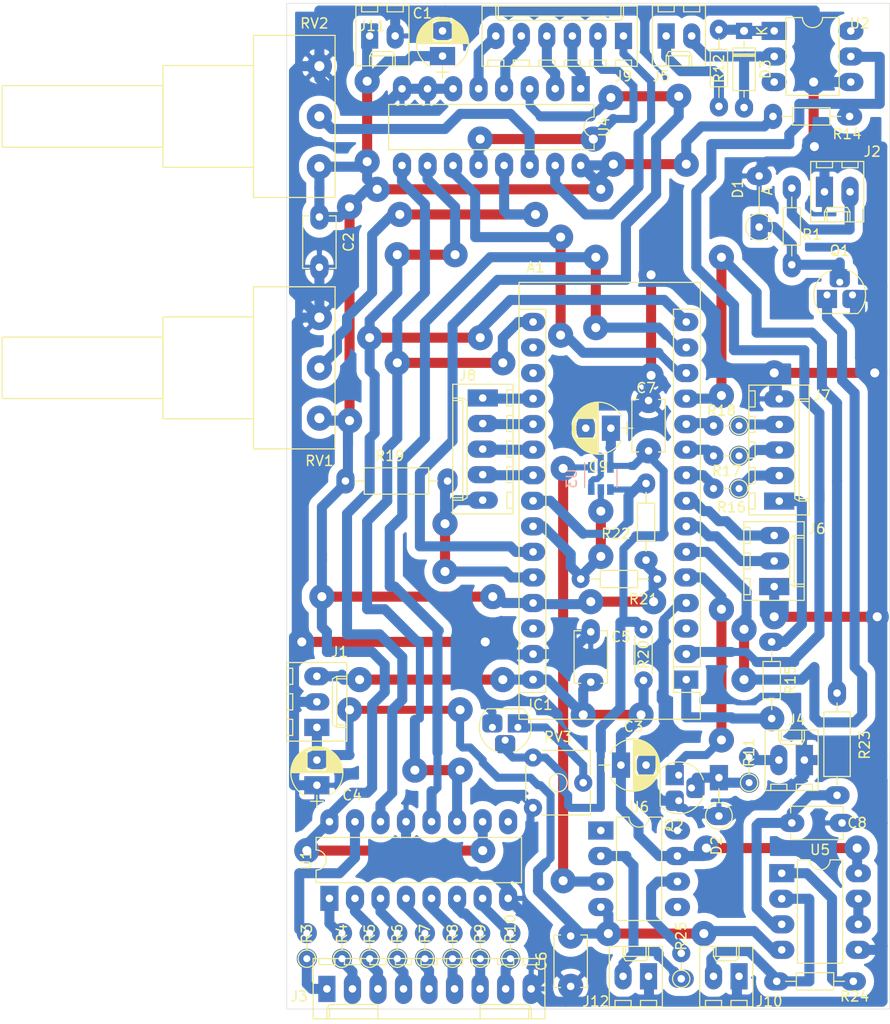
<source format=kicad_pcb>
(kicad_pcb (version 20171130) (host pcbnew "(5.1.6)-1")
  (layers (0 F.Cu signal) (31 B.Cu signal) (34 B.Paste user hide) (35 F.Paste user hide) (36 B.SilkS user hide) (37 F.SilkS user) (38 B.Mask user hide) (39 F.Mask user hide) (44 Edge.Cuts user))
  (net 0 "")
  (net 1 CLOCK)
  (net 2 DATA)
  (net 3 +12V)
  (net 4 LATCH)
  (net 5 GND)
  (net 6 MUX_A)
  (net 7 "Net-(A1-Pad28)")
  (net 8 AFTER_TOUCH_PWM)
  (net 9 +5V)
  (net 10 GATE_4)
  (net 11 "Net-(A1-Pad26)")
  (net 12 GATE_3)
  (net 13 ANALOG_IN0)
  (net 14 GATE_2)
  (net 15 I2C_SCL)
  (net 16 "Net-(A1-Pad8)")
  (net 17 I2C_SDA)
  (net 18 "Net-(A1-Pad7)")
  (net 19 "Net-(A1-Pad22)")
  (net 20 EXT_RST)
  (net 21 "Net-(A1-Pad21)")
  (net 22 EXT_CLK)
  (net 23 "Net-(A1-Pad20)")
  (net 24 "Net-(A1-Pad19)")
  (net 25 "Net-(A1-Pad3)")
  (net 26 "Net-(A1-Pad18)")
  (net 27 MIDI_IN_RX)
  (net 28 "Net-(A1-Pad17)")
  (net 29 GATE_1)
  (net 30 -12V)
  (net 31 "Net-(C7-Pad1)")
  (net 32 "Net-(C8-Pad1)")
  (net 33 "Net-(D1-Pad1)")
  (net 34 "Net-(D2-Pad1)")
  (net 35 "Net-(D3-Pad2)")
  (net 36 "Net-(D3-Pad1)")
  (net 37 "Net-(IC1-Pad1)")
  (net 38 "Net-(J2-Pad2)")
  (net 39 "Net-(J3-Pad1)")
  (net 40 "Net-(J3-Pad2)")
  (net 41 "Net-(J3-Pad3)")
  (net 42 "Net-(J3-Pad4)")
  (net 43 "Net-(J3-Pad5)")
  (net 44 "Net-(J3-Pad6)")
  (net 45 "Net-(J3-Pad7)")
  (net 46 "Net-(J3-Pad8)")
  (net 47 "Net-(J4-Pad2)")
  (net 48 "Net-(J7-Pad1)")
  (net 49 "Net-(J7-Pad2)")
  (net 50 "Net-(J7-Pad3)")
  (net 51 "Net-(J7-Pad4)")
  (net 52 "Net-(J9-Pad1)")
  (net 53 "Net-(J9-Pad2)")
  (net 54 "Net-(J9-Pad3)")
  (net 55 "Net-(J9-Pad4)")
  (net 56 "Net-(J9-Pad5)")
  (net 57 "Net-(J9-Pad6)")
  (net 58 "Net-(R3-Pad2)")
  (net 59 "Net-(R4-Pad2)")
  (net 60 "Net-(R5-Pad2)")
  (net 61 "Net-(R6-Pad2)")
  (net 62 "Net-(R7-Pad2)")
  (net 63 "Net-(R8-Pad2)")
  (net 64 "Net-(R9-Pad2)")
  (net 65 "Net-(R10-Pad2)")
  (net 66 "Net-(R24-Pad2)")
  (net 67 "Net-(R25-Pad2)")
  (net 68 "Net-(RV1-Pad2)")
  (net 69 "Net-(RV2-Pad2)")
  (net 70 "Net-(U1-Pad9)")
  (net 71 "Net-(U2-Pad6)")
  (net 72 "Net-(U2-Pad3)")
  (net 73 "Net-(U3-Pad1)")
  (net 74 "Net-(U5-Pad6)")
  (net 75 "Net-(U6-Pad8)")
  (net 76 "Net-(U6-Pad5)")
  (net 77 "Net-(U6-Pad1)")
  (net 78 "Net-(J5-Pad1)")
  (net 79 "Net-(J10-Pad2)")
  (net 80 "Net-(J12-Pad2)")
  (module Package_TO_SOT_THT:TO-92_HandSolder (layer F.Cu) (at 157.75 107 270)
    (fp_text reference Q2 (at 5 0.5 180) (layer F.SilkS))
    (fp_text value BC547)
    (pad 1 thru_hole rect (at 0 0 270) (size 2 1.8) (drill 0.7 (offset 0 0.4)) (layers *.Cu *.Mask) (net 22 EXT_CLK))
    (pad 3 thru_hole roundrect (at 2.54 0 270) (size 2 1.8) (drill 0.7 (offset 0 0.4)) (layers *.Cu *.Mask) (net 5 GND))
    (pad 2 thru_hole roundrect (at 1.27 -1.27 270) (size 2 1.8) (drill 0.7 (offset 0 -0.4)) (layers *.Cu *.Mask) (net 34 "Net-(D2-Pad1)"))
  )
  (module Potentiometers:Potentiometer_Trimmer_ACP_CA6v_Horizontal (layer F.Cu) (at 143.25 110.25)
    (fp_text reference RV3 (at 2.5 -7.06) (layer F.SilkS))
    (fp_text value 10K)
    (pad 3 thru_hole circle (at 0 -5) (size 1.8 1.8) (drill 0.75) (layers *.Cu *.Mask) (net 31 "Net-(C7-Pad1)"))
    (pad 2 thru_hole circle (at 5 -2.5) (size 1.8 1.8) (drill 0.75) (layers *.Cu *.Mask) (net 37 "Net-(IC1-Pad1)"))
    (pad 1 thru_hole circle (at 0 0) (size 1.8 1.8) (drill 0.75) (layers *.Cu *.Mask) (net 5 GND))
  )
  (module Resistors_ThroughHole:R_Axial_DIN0204_L3.6mm_D1.6mm_P2.54mm_Vertical (layer F.Cu) (at 163.75 72.25 180)
    (fp_text reference R18 (at 1.75 1.5 180) (layer F.SilkS))
    (fp_text value 1k)
    (pad 1 thru_hole circle (at 0 0 180) (size 2 2) (drill 0.7) (layers *.Cu *.Mask) (net 51 "Net-(J7-Pad4)"))
    (pad 2 thru_hole oval (at 2.54 0 180) (size 2 2) (drill 0.7) (layers *.Cu *.Mask) (net 10 GATE_4))
  )
  (module Resistors_ThroughHole:R_Axial_DIN0204_L3.6mm_D1.6mm_P2.54mm_Vertical (layer F.Cu) (at 163.75 75.25 180)
    (fp_text reference R17 (at 1.25 -1.5) (layer F.SilkS))
    (fp_text value 1k)
    (pad 1 thru_hole circle (at 0 0 180) (size 2 2) (drill 0.7) (layers *.Cu *.Mask) (net 50 "Net-(J7-Pad3)"))
    (pad 2 thru_hole oval (at 2.54 0 180) (size 2 2) (drill 0.7) (layers *.Cu *.Mask) (net 12 GATE_3))
  )
  (module Resistors_ThroughHole:R_Axial_DIN0204_L3.6mm_D1.6mm_P2.54mm_Vertical (layer F.Cu) (at 163.75 78.5 180)
    (fp_text reference R16 (at 0.75 -1.86) (layer F.SilkS))
    (fp_text value 1k)
    (pad 1 thru_hole circle (at 0 0 180) (size 2 2) (drill 0.7) (layers *.Cu *.Mask) (net 49 "Net-(J7-Pad2)"))
    (pad 2 thru_hole oval (at 2.54 0 180) (size 2 2) (drill 0.7) (layers *.Cu *.Mask) (net 14 GATE_2))
  )
  (module Resistors_ThroughHole:R_Axial_DIN0204_L3.6mm_D1.6mm_P2.54mm_Vertical (layer F.Cu) (at 120.75 125.25 90)
    (fp_text reference R3 (at 2.5 0 90) (layer F.SilkS))
    (fp_text value 470)
    (pad 1 thru_hole circle (at 0 0 90) (size 2 2) (drill 0.7) (layers *.Cu *.Mask) (net 39 "Net-(J3-Pad1)"))
    (pad 2 thru_hole oval (at 2.54 0 90) (size 2 2) (drill 0.7) (layers *.Cu *.Mask) (net 58 "Net-(R3-Pad2)"))
  )
  (module Resistors_ThroughHole:R_Axial_DIN0204_L3.6mm_D1.6mm_P2.54mm_Vertical (layer F.Cu) (at 124.25 125.25 90)
    (fp_text reference R4 (at 2.5 0 90) (layer F.SilkS))
    (fp_text value 470)
    (pad 1 thru_hole circle (at 0 0 90) (size 2 2) (drill 0.7) (layers *.Cu *.Mask) (net 40 "Net-(J3-Pad2)"))
    (pad 2 thru_hole oval (at 2.54 0 90) (size 2 2) (drill 0.7) (layers *.Cu *.Mask) (net 59 "Net-(R4-Pad2)"))
  )
  (module Resistors_ThroughHole:R_Axial_DIN0204_L3.6mm_D1.6mm_P2.54mm_Vertical (layer F.Cu) (at 127 125.25 90)
    (fp_text reference R5 (at 2.5 0 90) (layer F.SilkS))
    (fp_text value 470)
    (pad 1 thru_hole circle (at 0 0 90) (size 2 2) (drill 0.7) (layers *.Cu *.Mask) (net 41 "Net-(J3-Pad3)"))
    (pad 2 thru_hole oval (at 2.54 0 90) (size 2 2) (drill 0.7) (layers *.Cu *.Mask) (net 60 "Net-(R5-Pad2)"))
  )
  (module Resistors_ThroughHole:R_Axial_DIN0204_L3.6mm_D1.6mm_P2.54mm_Vertical (layer F.Cu) (at 129.75 125.25 90)
    (fp_text reference R6 (at 2.5 0 90) (layer F.SilkS))
    (fp_text value 470)
    (pad 1 thru_hole circle (at 0 0 90) (size 2 2) (drill 0.7) (layers *.Cu *.Mask) (net 42 "Net-(J3-Pad4)"))
    (pad 2 thru_hole oval (at 2.54 0 90) (size 2 2) (drill 0.7) (layers *.Cu *.Mask) (net 61 "Net-(R6-Pad2)"))
  )
  (module Resistors_ThroughHole:R_Axial_DIN0204_L3.6mm_D1.6mm_P2.54mm_Vertical (layer F.Cu) (at 132.5 125.25 90)
    (fp_text reference R7 (at 2.5 0 90) (layer F.SilkS))
    (fp_text value 470)
    (pad 1 thru_hole circle (at 0 0 90) (size 2 2) (drill 0.7) (layers *.Cu *.Mask) (net 43 "Net-(J3-Pad5)"))
    (pad 2 thru_hole oval (at 2.54 0 90) (size 2 2) (drill 0.7) (layers *.Cu *.Mask) (net 62 "Net-(R7-Pad2)"))
  )
  (module Resistors_ThroughHole:R_Axial_DIN0204_L3.6mm_D1.6mm_P2.54mm_Vertical (layer F.Cu) (at 135.25 125.25 90)
    (fp_text reference R8 (at 2.5 0 90) (layer F.SilkS))
    (fp_text value 470)
    (pad 1 thru_hole circle (at 0 0 90) (size 2 2) (drill 0.7) (layers *.Cu *.Mask) (net 44 "Net-(J3-Pad6)"))
    (pad 2 thru_hole oval (at 2.54 0 90) (size 2 2) (drill 0.7) (layers *.Cu *.Mask) (net 63 "Net-(R8-Pad2)"))
  )
  (module Resistors_ThroughHole:R_Axial_DIN0204_L3.6mm_D1.6mm_P2.54mm_Vertical (layer F.Cu) (at 138 125.25 90)
    (fp_text reference R9 (at 2.5 0 90) (layer F.SilkS))
    (fp_text value 470)
    (pad 1 thru_hole circle (at 0 0 90) (size 2 2) (drill 0.7) (layers *.Cu *.Mask) (net 45 "Net-(J3-Pad7)"))
    (pad 2 thru_hole oval (at 2.54 0 90) (size 2 2) (drill 0.7) (layers *.Cu *.Mask) (net 64 "Net-(R9-Pad2)"))
  )
  (module Resistors_ThroughHole:R_Axial_DIN0204_L3.6mm_D1.6mm_P2.54mm_Vertical (layer F.Cu) (at 141 125.25 90)
    (fp_text reference R10 (at 3 0 90) (layer F.SilkS))
    (fp_text value 470)
    (pad 1 thru_hole circle (at 0 0 90) (size 2 2) (drill 0.7) (layers *.Cu *.Mask) (net 46 "Net-(J3-Pad8)"))
    (pad 2 thru_hole oval (at 2.54 0 90) (size 2 2) (drill 0.7) (layers *.Cu *.Mask) (net 65 "Net-(R10-Pad2)"))
  )
  (module Resistors_ThroughHole:R_Axial_DIN0204_L3.6mm_D1.6mm_P2.54mm_Vertical (layer F.Cu) (at 164.75 107.75 90)
    (fp_text reference R11 (at 3 0 90) (layer F.SilkS))
    (fp_text value 100k)
    (pad 1 thru_hole circle (at 0 0 90) (size 2 2) (drill 0.7) (layers *.Cu *.Mask) (net 34 "Net-(D2-Pad1)"))
    (pad 2 thru_hole oval (at 2.54 0 90) (size 2 2) (drill 0.7) (layers *.Cu *.Mask) (net 47 "Net-(J4-Pad2)"))
  )
  (module Diode_THT:D_DO-35_SOD27_P5.08mm_Vertical_AnodeUp (layer F.Cu) (at 165.75 52.5 90)
    (fp_text reference D1 (at 3.81 -2.12 90) (layer F.SilkS))
    (fp_text value 1N4148)
    (fp_text user A (at 3.58 0.8 90) (layer F.SilkS))
    (pad 2 thru_hole oval (at 5.08 0 90) (size 1.8 2.5) (drill 0.75) (layers *.Cu *.Mask) (net 5 GND))
    (pad 1 thru_hole rect (at 0 0 90) (size 2.5 1.7) (drill 0.75) (layers *.Cu *.Mask) (net 33 "Net-(D1-Pad1)"))
  )
  (module Resistors_ThroughHole:R_Axial_DIN0207_L6.3mm_D2.5mm_P10.16mm_Horizontal (layer F.Cu) (at 173.5 109 90)
    (fp_text reference R23 (at 5 2.75 90) (layer F.SilkS))
    (fp_text value 22k)
    (pad 1 thru_hole oval (at 0 0 90) (size 1.8 2.5) (drill 0.75) (layers *.Cu *.Mask) (net 32 "Net-(C8-Pad1)"))
    (pad 2 thru_hole oval (at 10.16 0 90) (size 2.5 1.8) (drill 0.75) (layers *.Cu *.Mask) (net 8 AFTER_TOUCH_PWM))
  )
  (module Diode_THT:D_DO-35_SOD27_P3.81mm_Vertical_KathodeUp (layer F.Cu) (at 161.75 107.25 270)
    (fp_text reference D2 (at 6.75 0.25 90) (layer F.SilkS))
    (fp_text value 1N4148)
    (pad 2 thru_hole oval (at 3.81 0 270) (size 1.8 2.5) (drill 0.75) (layers *.Cu *.Mask) (net 5 GND))
    (pad 1 thru_hole rect (at 0 0 270) (size 2.5 1.8) (drill 0.75) (layers *.Cu *.Mask) (net 34 "Net-(D2-Pad1)"))
  )
  (module Resistors_ThroughHole:R_Axial_DIN0204_L3.6mm_D1.6mm_P2.54mm_Vertical (layer F.Cu) (at 158 127.25 90)
    (fp_text reference R25 (at 4.25 0 90) (layer F.SilkS))
    (fp_text value 100)
    (pad 1 thru_hole oval (at 0 0 90) (size 1.8 2.5) (drill 0.75) (layers *.Cu *.Mask) (net 80 "Net-(J12-Pad2)"))
    (pad 2 thru_hole oval (at 2.54 0 90) (size 1.8 1.8) (drill 0.75) (layers *.Cu *.Mask) (net 67 "Net-(R25-Pad2)"))
  )
  (module Connectors_Molex:Molex_KK-6410-05_05x2.54mm_Straight (layer F.Cu) (at 138.25 69.5 270)
    (fp_text reference J8 (at -2.25 1.5 180) (layer F.SilkS))
    (fp_text value SWITCHES)
    (pad 1 thru_hole rect (at 0 0 270) (size 1.7 3) (drill 0.75) (layers *.Cu *.Mask) (net 24 "Net-(A1-Pad19)"))
    (pad 2 thru_hole oval (at 2.54 0 270) (size 1.7 3) (drill 0.75) (layers *.Cu *.Mask) (net 23 "Net-(A1-Pad20)"))
    (pad 3 thru_hole oval (at 5.08 0 270) (size 1.7 3) (drill 0.75) (layers *.Cu *.Mask) (net 21 "Net-(A1-Pad21)"))
    (pad 4 thru_hole oval (at 7.62 0 270) (size 1.7 3) (drill 0.75) (layers *.Cu *.Mask) (net 19 "Net-(A1-Pad22)"))
    (pad 5 thru_hole oval (at 10.16 0 270) (size 1.7 3) (drill 0.75) (layers *.Cu *.Mask) (net 11 "Net-(A1-Pad26)"))
  )
  (module Resistors_ThroughHole:R_Axial_DIN0207_L6.3mm_D2.5mm_P10.16mm_Horizontal (layer F.Cu) (at 134.75 77.75 180)
    (fp_text reference R19 (at 5.75 2.5) (layer F.SilkS))
    (fp_text value 22k)
    (pad 1 thru_hole oval (at 0 0 180) (size 2 2.5) (drill 0.75) (layers *.Cu *.Mask) (net 11 "Net-(A1-Pad26)"))
    (pad 2 thru_hole oval (at 10.16 0 180) (size 1.8 2.5) (drill 0.75) (layers *.Cu *.Mask) (net 9 +5V))
  )
  (module Resistors_ThroughHole:R_Axial_DIN0204_L3.6mm_D1.6mm_P7.62mm_Horizontal (layer F.Cu) (at 167 93.75 270)
    (fp_text reference R15 (at 3.81 -1.86 90) (layer F.SilkS))
    (fp_text value 1k)
    (pad 1 thru_hole oval (at 0 0 270) (size 1.8 2.5) (drill 0.75) (layers *.Cu *.Mask) (net 48 "Net-(J7-Pad1)"))
    (pad 2 thru_hole oval (at 7.62 0 270) (size 2.5 2.5) (drill 0.75) (layers *.Cu *.Mask) (net 29 GATE_1))
  )
  (module Resistors_ThroughHole:R_Axial_DIN0204_L3.6mm_D1.6mm_P5.08mm_Horizontal (layer F.Cu) (at 154.25 92.5 270)
    (fp_text reference R20 (at 2.5 0 90) (layer F.SilkS))
    (fp_text value 5.6k)
    (pad 1 thru_hole circle (at 0 0 270) (size 1.8 1.8) (drill 0.75) (layers *.Cu *.Mask) (net 31 "Net-(C7-Pad1)"))
    (pad 2 thru_hole oval (at 5.08 0 270) (size 1.8 1.8) (drill 0.75) (layers *.Cu *.Mask) (net 3 +12V))
  )
  (module Connectors_Molex:Molex_KK-6410-03_03x2.54mm_Straight (layer F.Cu) (at 121.75 102.25 90)
    (fp_text reference J1 (at 7.5 2.25 180) (layer F.SilkS))
    (fp_text value POWER)
    (pad 1 thru_hole rect (at 0 0 90) (size 1.7 2.5) (drill 0.75) (layers *.Cu *.Mask) (net 30 -12V))
    (pad 2 thru_hole oval (at 2.54 0 90) (size 1.7 2.5) (drill 0.75) (layers *.Cu *.Mask) (net 5 GND))
    (pad 3 thru_hole oval (at 5.08 0 90) (size 1.8 2.5) (drill 0.75) (layers *.Cu *.Mask) (net 3 +12V))
  )
  (module Connectors_Molex:Molex_KK-6410-03_03x2.54mm_Straight (layer F.Cu) (at 167.25 88.25 90)
    (fp_text reference J6 (at 5.75 4.25 180) (layer F.SilkS))
    (fp_text value ENCODER)
    (pad 1 thru_hole rect (at 0 0 90) (size 1.7 3) (drill 0.75) (layers *.Cu *.Mask) (net 5 GND))
    (pad 2 thru_hole oval (at 2.54 0 90) (size 1.7 3) (drill 0.75) (layers *.Cu *.Mask) (net 18 "Net-(A1-Pad7)"))
    (pad 3 thru_hole oval (at 5.08 0 90) (size 1.7 3) (drill 0.75) (layers *.Cu *.Mask) (net 16 "Net-(A1-Pad8)"))
  )
  (module Connectors_Molex:Molex_KK-6410-02_02x2.54mm_Straight (layer F.Cu) (at 172.25 49)
    (fp_text reference J2 (at 4.75 -4) (layer F.SilkS))
    (fp_text value EXT_RST_IN)
    (pad 1 thru_hole rect (at 0 0) (size 1.7 3) (drill 0.75) (layers *.Cu *.Mask) (net 5 GND))
    (pad 2 thru_hole oval (at 2.54 0) (size 1.7 3) (drill 0.75) (layers *.Cu *.Mask) (net 38 "Net-(J2-Pad2)"))
  )
  (module Connectors_Molex:Molex_KK-6410-02_02x2.54mm_Straight (layer F.Cu) (at 154.75 127 180)
    (fp_text reference J12 (at 5.25 -2.5) (layer F.SilkS))
    (fp_text value CV_OUT)
    (pad 1 thru_hole rect (at 0 0 180) (size 1.7 2.6) (drill 0.75) (layers *.Cu *.Mask) (net 5 GND))
    (pad 2 thru_hole oval (at 2.54 0 180) (size 1.7 2.6) (drill 0.75) (layers *.Cu *.Mask) (net 80 "Net-(J12-Pad2)"))
  )
  (module Connectors_Molex:Molex_KK-6410-02_02x2.54mm_Straight (layer F.Cu) (at 170.25 105.5 180)
    (fp_text reference J4 (at 0.75 4) (layer F.SilkS))
    (fp_text value EXT_CLK_IN)
    (pad 1 thru_hole rect (at 0 0 180) (size 1.7 3) (drill 0.75) (layers *.Cu *.Mask) (net 5 GND))
    (pad 2 thru_hole oval (at 2.54 0 180) (size 1.7 3) (drill 0.75) (layers *.Cu *.Mask) (net 47 "Net-(J4-Pad2)"))
  )
  (module Connectors_Molex:Molex_KK-6410-02_02x2.54mm_Straight (layer F.Cu) (at 127 33.5)
    (fp_text reference J11 (at 0.25 -1) (layer F.SilkS))
    (fp_text value POTS_POWER)
    (pad 1 thru_hole rect (at 0 0) (size 1.7 2.5) (drill 0.75) (layers *.Cu *.Mask) (net 9 +5V))
    (pad 2 thru_hole oval (at 2.54 0) (size 1.7 2.5) (drill 0.75) (layers *.Cu *.Mask) (net 5 GND))
  )
  (module Connectors_Molex:Molex_KK-6410-02_02x2.54mm_Straight (layer F.Cu) (at 163.75 127 180)
    (fp_text reference J10 (at -3 -2.5) (layer F.SilkS))
    (fp_text value AFTER_TOUCH_OUT)
    (pad 1 thru_hole rect (at 0 0 180) (size 1.7 2.6) (drill 0.75) (layers *.Cu *.Mask) (net 5 GND))
    (pad 2 thru_hole oval (at 2.54 0 180) (size 1.7 2.6) (drill 0.75) (layers *.Cu *.Mask) (net 79 "Net-(J10-Pad2)"))
  )
  (module Connectors_Molex:Molex_KK-6410-02_02x2.54mm_Straight (layer F.Cu) (at 156.5 33.5)
    (fp_text reference J5 (at -0.5 4) (layer F.SilkS))
    (fp_text value MIDI_IN)
    (pad 1 thru_hole rect (at 0 0) (size 1.7 2.5) (drill 0.75) (layers *.Cu *.Mask) (net 78 "Net-(J5-Pad1)"))
    (pad 2 thru_hole oval (at 2.54 0) (size 1.7 2.5) (drill 0.75) (layers *.Cu *.Mask) (net 35 "Net-(D3-Pad2)"))
  )
  (module Package_DIP:DIP-8_W7.62mm_LongPads (layer F.Cu) (at 150 112.5)
    (fp_text reference U6 (at 3.81 -2.33) (layer F.SilkS))
    (fp_text value OP07)
    (pad 8 thru_hole oval (at 7.62 0) (size 2.5 1.8) (drill 0.75) (layers *.Cu *.Mask) (net 75 "Net-(U6-Pad8)"))
    (pad 4 thru_hole oval (at 0 7.62) (size 2.5 1.8) (drill 0.75) (layers *.Cu *.Mask) (net 30 -12V))
    (pad 7 thru_hole oval (at 7.62 2.54) (size 2.5 1.8) (drill 0.75) (layers *.Cu *.Mask) (net 3 +12V))
    (pad 3 thru_hole oval (at 0 5.08) (size 2.5 1.8) (drill 0.75) (layers *.Cu *.Mask) (net 73 "Net-(U3-Pad1)"))
    (pad 6 thru_hole oval (at 7.62 5.08) (size 2.5 1.8) (drill 0.75) (layers *.Cu *.Mask) (net 67 "Net-(R25-Pad2)"))
    (pad 2 thru_hole oval (at 0 2.54) (size 2.5 1.8) (drill 0.75) (layers *.Cu *.Mask) (net 80 "Net-(J12-Pad2)"))
    (pad 5 thru_hole oval (at 7.62 7.62) (size 2.5 1.8) (drill 0.75) (layers *.Cu *.Mask) (net 76 "Net-(U6-Pad5)"))
    (pad 1 thru_hole rect (at 0 0) (size 2.5 1.8) (drill 0.75) (layers *.Cu *.Mask) (net 77 "Net-(U6-Pad1)"))
  )
  (module Package_DIP:DIP-8_W7.62mm_LongPads (layer F.Cu) (at 168 116.75)
    (fp_text reference U5 (at 3.81 -2.33) (layer F.SilkS))
    (fp_text value LM358)
    (pad 8 thru_hole oval (at 7.62 0) (size 2.5 1.8) (drill 0.75) (layers *.Cu *.Mask) (net 3 +12V))
    (pad 4 thru_hole oval (at 0 7.62) (size 2.5 1.8) (drill 0.75) (layers *.Cu *.Mask) (net 30 -12V))
    (pad 7 thru_hole oval (at 7.62 2.54) (size 2.5 1.8) (drill 0.75) (layers *.Cu *.Mask) (net 74 "Net-(U5-Pad6)"))
    (pad 3 thru_hole oval (at 0 5.08) (size 2.5 1.8) (drill 0.75) (layers *.Cu *.Mask) (net 32 "Net-(C8-Pad1)"))
    (pad 6 thru_hole oval (at 7.62 5.08) (size 2.5 1.8) (drill 0.75) (layers *.Cu *.Mask) (net 74 "Net-(U5-Pad6)"))
    (pad 2 thru_hole oval (at 0 2.54) (size 2.5 1.8) (drill 0.75) (layers *.Cu *.Mask) (net 79 "Net-(J10-Pad2)"))
    (pad 5 thru_hole oval (at 7.62 7.62) (size 2.5 1.8) (drill 0.75) (layers *.Cu *.Mask) (net 5 GND))
    (pad 1 thru_hole rect (at 0 0) (size 2.5 1.8) (drill 0.75) (layers *.Cu *.Mask) (net 66 "Net-(R24-Pad2)"))
  )
  (module Package_DIP:DIP-16_W7.62mm_LongPads (layer F.Cu) (at 148 38.75 270)
    (fp_text reference U4 (at 3.81 -2.33 90) (layer F.SilkS))
    (fp_text value CD4051B)
    (pad 16 thru_hole oval (at 7.62 0 270) (size 2.4 1.8) (drill 0.75) (layers *.Cu *.Mask) (net 9 +5V))
    (pad 8 thru_hole oval (at 0 17.78 270) (size 2.5 1.8) (drill 0.75) (layers *.Cu *.Mask) (net 5 GND))
    (pad 15 thru_hole oval (at 7.62 2.54 270) (size 2.5 1.8) (drill 0.75) (layers *.Cu *.Mask) (net 52 "Net-(J9-Pad1)"))
    (pad 7 thru_hole oval (at 0 15.24 270) (size 2.5 1.8) (drill 0.75) (layers *.Cu *.Mask) (net 5 GND))
    (pad 14 thru_hole oval (at 7.62 5.08 270) (size 2.5 1.8) (drill 0.75) (layers *.Cu *.Mask) (net 69 "Net-(RV2-Pad2)"))
    (pad 6 thru_hole oval (at 0 12.7 270) (size 2.5 1.8) (drill 0.75) (layers *.Cu *.Mask) (net 5 GND))
    (pad 13 thru_hole oval (at 7.62 7.62 270) (size 2.5 1.8) (drill 0.75) (layers *.Cu *.Mask) (net 68 "Net-(RV1-Pad2)"))
    (pad 5 thru_hole oval (at 0 10.16 270) (size 2.5 1.8) (drill 0.75) (layers *.Cu *.Mask) (net 57 "Net-(J9-Pad6)"))
    (pad 12 thru_hole oval (at 7.62 10.16 270) (size 2.5 1.8) (drill 0.75) (layers *.Cu *.Mask) (net 53 "Net-(J9-Pad2)"))
    (pad 4 thru_hole oval (at 0 7.62 270) (size 2.5 1.8) (drill 0.75) (layers *.Cu *.Mask) (net 56 "Net-(J9-Pad5)"))
    (pad 11 thru_hole oval (at 7.62 12.7 270) (size 2.5 1.8) (drill 0.75) (layers *.Cu *.Mask) (net 6 MUX_A))
    (pad 3 thru_hole oval (at 0 5.08 270) (size 2.5 1.8) (drill 0.75) (layers *.Cu *.Mask) (net 13 ANALOG_IN0))
    (pad 10 thru_hole oval (at 7.62 15.24 270) (size 2.5 1.8) (drill 0.75) (layers *.Cu *.Mask) (net 2 DATA))
    (pad 2 thru_hole oval (at 0 2.54 270) (size 2.5 1.8) (drill 0.75) (layers *.Cu *.Mask) (net 55 "Net-(J9-Pad4)"))
    (pad 9 thru_hole oval (at 7.62 17.78 270) (size 2.5 1.8) (drill 0.75) (layers *.Cu *.Mask) (net 1 CLOCK))
    (pad 1 thru_hole rect (at 0 0 270) (size 2.5 1.8) (drill 0.75) (layers *.Cu *.Mask) (net 54 "Net-(J9-Pad3)"))
  )
  (module Package_TO_SOT_SMD:SOT-23-6 (layer B.Cu) (at 150 77.5 270)
    (fp_text reference U3 (at 0 2.9 270) (layer B.SilkS) (effects (justify mirror)))
    (fp_text value MCP4725xxx-xCH)
    (pad 5 smd rect (at 1.1 0 270) (size 1.06 0.65) (layers B.Cu B.Paste B.Mask) (net 15 I2C_SCL))
    (pad 6 smd rect (at 1.1 0.95 270) (size 1.06 0.65) (layers B.Cu B.Paste B.Mask) (net 5 GND))
    (pad 4 smd rect (at 1.1 -0.95 270) (size 1.06 0.65) (layers B.Cu B.Paste B.Mask) (net 17 I2C_SDA))
    (pad 3 smd rect (at -1.1 -0.95 270) (size 1.06 0.65) (layers B.Cu B.Paste B.Mask) (net 31 "Net-(C7-Pad1)"))
    (pad 2 smd rect (at -1.1 0 270) (size 1.06 0.65) (layers B.Cu B.Paste B.Mask) (net 5 GND))
    (pad 1 smd rect (at -1.1 0.95 270) (size 1.06 0.65) (layers B.Cu B.Paste B.Mask) (net 73 "Net-(U3-Pad1)"))
  )
  (module Package_DIP:DIP-6_W7.62mm (layer F.Cu) (at 167.25 33)
    (fp_text reference U2 (at 8.5 -0.75) (layer F.SilkS))
    (fp_text value 4N28)
    (pad 6 thru_hole oval (at 7.62 0) (size 2.5 1.8) (drill 0.75) (layers *.Cu *.Mask) (net 71 "Net-(U2-Pad6)"))
    (pad 3 thru_hole oval (at 0 5.08) (size 2.5 1.8) (drill 0.75) (layers *.Cu *.Mask) (net 72 "Net-(U2-Pad3)"))
    (pad 5 thru_hole oval (at 7.62 2.54) (size 2.5 1.8) (drill 0.75) (layers *.Cu *.Mask) (net 27 MIDI_IN_RX))
    (pad 2 thru_hole oval (at 0 2.54) (size 2.5 1.8) (drill 0.75) (layers *.Cu *.Mask) (net 35 "Net-(D3-Pad2)"))
    (pad 4 thru_hole oval (at 7.62 5.08) (size 2.5 1.8) (drill 0.75) (layers *.Cu *.Mask) (net 5 GND))
    (pad 1 thru_hole rect (at 0 0) (size 2.5 1.8) (drill 0.75) (layers *.Cu *.Mask) (net 36 "Net-(D3-Pad1)"))
  )
  (module Package_DIP:DIP-16_W7.62mm_LongPads (layer F.Cu) (at 123 119.25 90)
    (fp_text reference U1 (at 3.81 -2.33 90) (layer F.SilkS))
    (fp_text value 74HC595)
    (pad 16 thru_hole oval (at 7.62 0 90) (size 2.5 1.8) (drill 0.75) (layers *.Cu *.Mask) (net 9 +5V))
    (pad 8 thru_hole oval (at 0 17.78 90) (size 2.5 1.8) (drill 0.75) (layers *.Cu *.Mask) (net 5 GND))
    (pad 15 thru_hole oval (at 7.62 2.54 90) (size 2.5 1.8) (drill 0.75) (layers *.Cu *.Mask) (net 58 "Net-(R3-Pad2)"))
    (pad 7 thru_hole oval (at 0 15.24 90) (size 2.5 1.8) (drill 0.75) (layers *.Cu *.Mask) (net 65 "Net-(R10-Pad2)"))
    (pad 14 thru_hole oval (at 7.62 5.08 90) (size 2.5 1.8) (drill 0.75) (layers *.Cu *.Mask) (net 2 DATA))
    (pad 6 thru_hole oval (at 0 12.7 90) (size 2.5 1.8) (drill 0.75) (layers *.Cu *.Mask) (net 64 "Net-(R9-Pad2)"))
    (pad 13 thru_hole oval (at 7.62 7.62 90) (size 2.5 1.8) (drill 0.75) (layers *.Cu *.Mask) (net 5 GND))
    (pad 5 thru_hole oval (at 0 10.16 90) (size 2.5 1.8) (drill 0.75) (layers *.Cu *.Mask) (net 63 "Net-(R8-Pad2)"))
    (pad 12 thru_hole oval (at 7.62 10.16 90) (size 2.5 1.8) (drill 0.75) (layers *.Cu *.Mask) (net 4 LATCH))
    (pad 4 thru_hole oval (at 0 7.62 90) (size 2.5 1.8) (drill 0.75) (layers *.Cu *.Mask) (net 62 "Net-(R7-Pad2)"))
    (pad 11 thru_hole oval (at 7.62 12.7 90) (size 2.5 1.8) (drill 0.75) (layers *.Cu *.Mask) (net 1 CLOCK))
    (pad 3 thru_hole oval (at 0 5.08 90) (size 2.5 1.8) (drill 0.75) (layers *.Cu *.Mask) (net 61 "Net-(R6-Pad2)"))
    (pad 10 thru_hole oval (at 7.62 15.24 90) (size 2.5 1.8) (drill 0.75) (layers *.Cu *.Mask) (net 9 +5V))
    (pad 2 thru_hole oval (at 0 2.54 90) (size 2.5 1.8) (drill 0.75) (layers *.Cu *.Mask) (net 60 "Net-(R5-Pad2)"))
    (pad 9 thru_hole oval (at 7.62 17.78 90) (size 2.5 1.8) (drill 0.75) (layers *.Cu *.Mask) (net 70 "Net-(U1-Pad9)"))
    (pad 1 thru_hole rect (at 0 0 90) (size 2.5 1.8) (drill 0.75) (layers *.Cu *.Mask) (net 59 "Net-(R4-Pad2)"))
  )
  (module Potentiometers:Potentiometer_Piher_PC-16_Single_Vertical (layer F.Cu) (at 122 36.5 180)
    (fp_text reference RV2 (at 0.5 4.25) (layer F.SilkS))
    (fp_text value "10k B")
    (pad 3 thru_hole circle (at 0 -10 180) (size 2.5 2.5) (drill 1) (layers *.Cu *.Mask) (net 9 +5V))
    (pad 2 thru_hole circle (at 0 -5 180) (size 2.5 2.5) (drill 1) (layers *.Cu *.Mask) (net 69 "Net-(RV2-Pad2)"))
    (pad 1 thru_hole circle (at 0 0 180) (size 2.5 2.5) (drill 1) (layers *.Cu *.Mask) (net 5 GND))
  )
  (module Potentiometers:Potentiometer_Piher_PC-16_Single_Vertical (layer F.Cu) (at 122 61.5 180)
    (fp_text reference RV1 (at 0 -14.25) (layer F.SilkS))
    (fp_text value "10k B")
    (pad 3 thru_hole circle (at 0 -10 180) (size 2.5 2.5) (drill 1) (layers *.Cu *.Mask) (net 9 +5V))
    (pad 2 thru_hole circle (at 0 -5 180) (size 2.5 2.5) (drill 1) (layers *.Cu *.Mask) (net 68 "Net-(RV1-Pad2)"))
    (pad 1 thru_hole circle (at 0 0 180) (size 2.5 2.5) (drill 1) (layers *.Cu *.Mask) (net 5 GND))
  )
  (module Resistors_ThroughHole:R_Axial_DIN0204_L3.6mm_D1.6mm_P7.62mm_Horizontal (layer F.Cu) (at 167.5 127.5)
    (fp_text reference R24 (at 7.75 1.5) (layer F.SilkS))
    (fp_text value 100)
    (pad 1 thru_hole oval (at 0 0) (size 2.5 1.8) (drill 0.75) (layers *.Cu *.Mask) (net 79 "Net-(J10-Pad2)"))
    (pad 2 thru_hole oval (at 7.62 0) (size 2.5 1.8) (drill 0.75) (layers *.Cu *.Mask) (net 66 "Net-(R24-Pad2)"))
  )
  (module Resistors_ThroughHole:R_Axial_DIN0204_L3.6mm_D1.6mm_P7.62mm_Horizontal (layer F.Cu) (at 154.5 78 270)
    (fp_text reference R22 (at 5 3 180) (layer F.SilkS))
    (fp_text value 2.2k)
    (pad 1 thru_hole oval (at 0 0 270) (size 2 1.8) (drill 0.75) (layers *.Cu *.Mask) (net 17 I2C_SDA))
    (pad 2 thru_hole oval (at 7.62 0 270) (size 1.8 2.3) (drill 0.75) (layers *.Cu *.Mask) (net 9 +5V))
  )
  (module Resistors_ThroughHole:R_Axial_DIN0204_L3.6mm_D1.6mm_P7.62mm_Horizontal (layer F.Cu) (at 148 87.5)
    (fp_text reference R21 (at 6.25 2) (layer F.SilkS))
    (fp_text value 2.2k)
    (pad 1 thru_hole circle (at 0 0) (size 1.8 1.8) (drill 0.75) (layers *.Cu *.Mask) (net 15 I2C_SCL))
    (pad 2 thru_hole oval (at 7.62 0) (size 1.8 1.8) (drill 0.75) (layers *.Cu *.Mask) (net 9 +5V))
  )
  (module Resistors_ThroughHole:R_Axial_DIN0204_L3.6mm_D1.6mm_P7.62mm_Horizontal (layer F.Cu) (at 174.75 41.5 180)
    (fp_text reference R14 (at 0.25 -1.75) (layer F.SilkS))
    (fp_text value 22k)
    (pad 1 thru_hole oval (at 0 0 180) (size 2.5 1.8) (drill 0.75) (layers *.Cu *.Mask) (net 27 MIDI_IN_RX))
    (pad 2 thru_hole oval (at 7.62 0 180) (size 1.8 2.5) (drill 0.75) (layers *.Cu *.Mask) (net 9 +5V))
  )
  (module Resistors_ThroughHole:R_Axial_DIN0204_L3.6mm_D1.6mm_P7.62mm_Horizontal (layer F.Cu) (at 161.75 40.5 90)
    (fp_text reference R12 (at 3.75 0 270) (layer F.SilkS))
    (fp_text value 220)
    (pad 1 thru_hole oval (at 0 0 90) (size 2 1.8) (drill 0.75) (layers *.Cu *.Mask) (net 78 "Net-(J5-Pad1)"))
    (pad 2 thru_hole oval (at 7.62 0 90) (size 2 1.8) (drill 0.75) (layers *.Cu *.Mask) (net 36 "Net-(D3-Pad1)"))
  )
  (module Resistors_ThroughHole:R_Axial_DIN0204_L3.6mm_D1.6mm_P7.62mm_Horizontal (layer F.Cu) (at 169 56.25 90)
    (fp_text reference R1 (at 3 2 180) (layer F.SilkS))
    (fp_text value 100k)
    (pad 1 thru_hole oval (at 0 0 90) (size 2.5 1.8) (drill 0.75) (layers *.Cu *.Mask) (net 33 "Net-(D1-Pad1)"))
    (pad 2 thru_hole oval (at 7.62 0 90) (size 2.5 1.8) (drill 0.75) (layers *.Cu *.Mask) (net 38 "Net-(J2-Pad2)"))
  )
  (module Package_TO_SOT_THT:TO-92_HandSolder (layer F.Cu) (at 172.5 59.25)
    (fp_text reference Q1 (at 1.27 -4.4) (layer F.SilkS))
    (fp_text value BC547)
    (pad 1 thru_hole rect (at 0 0) (size 2 1.8) (drill 0.7 (offset 0 0.4)) (layers *.Cu *.Mask) (net 20 EXT_RST))
    (pad 3 thru_hole roundrect (at 2.54 0) (size 2 1.8) (drill 0.7 (offset 0 0.4)) (layers *.Cu *.Mask) (net 5 GND))
    (pad 2 thru_hole roundrect (at 1.27 -1.27) (size 2 1.8) (drill 0.7 (offset 0 -0.4)) (layers *.Cu *.Mask) (net 33 "Net-(D1-Pad1)"))
  )
  (module Connectors_Molex:Molex_KK-6410-06_06x2.54mm_Straight (layer F.Cu) (at 152.25 33.5 180)
    (fp_text reference J9 (at 0 -4) (layer F.SilkS))
    (fp_text value POTS)
    (pad 1 thru_hole rect (at 0 0 180) (size 1.7 2.6) (drill 0.75) (layers *.Cu *.Mask) (net 52 "Net-(J9-Pad1)"))
    (pad 2 thru_hole oval (at 2.54 0 180) (size 1.7 2.6) (drill 0.75) (layers *.Cu *.Mask) (net 53 "Net-(J9-Pad2)"))
    (pad 3 thru_hole oval (at 5.08 0 180) (size 1.7 2.6) (drill 0.75) (layers *.Cu *.Mask) (net 54 "Net-(J9-Pad3)"))
    (pad 4 thru_hole oval (at 7.62 0 180) (size 1.7 2.6) (drill 0.75) (layers *.Cu *.Mask) (net 55 "Net-(J9-Pad4)"))
    (pad 5 thru_hole oval (at 10.16 0 180) (size 1.7 2.6) (drill 0.75) (layers *.Cu *.Mask) (net 56 "Net-(J9-Pad5)"))
    (pad 6 thru_hole oval (at 12.7 0 180) (size 1.7 2.6) (drill 0.75) (layers *.Cu *.Mask) (net 57 "Net-(J9-Pad6)"))
  )
  (module Connectors_Molex:Molex_KK-6410-05_05x2.54mm_Straight (layer F.Cu) (at 167.75 79.75 90)
    (fp_text reference J7 (at 10.5 4.25 180) (layer F.SilkS))
    (fp_text value GATE_OUTS)
    (pad 1 thru_hole rect (at 0 0 90) (size 1.7 3) (drill 0.75) (layers *.Cu *.Mask) (net 48 "Net-(J7-Pad1)"))
    (pad 2 thru_hole oval (at 2.54 0 90) (size 1.7 3) (drill 0.75) (layers *.Cu *.Mask) (net 49 "Net-(J7-Pad2)"))
    (pad 3 thru_hole oval (at 5.08 0 90) (size 1.7 3) (drill 0.75) (layers *.Cu *.Mask) (net 50 "Net-(J7-Pad3)"))
    (pad 4 thru_hole oval (at 7.62 0 90) (size 1.7 3) (drill 0.75) (layers *.Cu *.Mask) (net 51 "Net-(J7-Pad4)"))
    (pad 5 thru_hole oval (at 10.16 0 90) (size 1.7 3) (drill 0.75) (layers *.Cu *.Mask) (net 5 GND))
  )
  (module Connectors_Molex:Molex_KK-6410-09_09x2.54mm_Straight (layer F.Cu) (at 122.75 128.25)
    (fp_text reference J3 (at -2.75 0.75) (layer F.SilkS))
    (fp_text value LEDS)
    (pad 1 thru_hole rect (at 0 0) (size 1.7 2.6) (drill 0.75) (layers *.Cu *.Mask) (net 39 "Net-(J3-Pad1)"))
    (pad 2 thru_hole oval (at 2.54 0) (size 1.7 3) (drill 0.75) (layers *.Cu *.Mask) (net 40 "Net-(J3-Pad2)"))
    (pad 3 thru_hole oval (at 5.08 0) (size 1.7 3) (drill 0.75) (layers *.Cu *.Mask) (net 41 "Net-(J3-Pad3)"))
    (pad 4 thru_hole oval (at 7.62 0) (size 1.7 3) (drill 0.75) (layers *.Cu *.Mask) (net 42 "Net-(J3-Pad4)"))
    (pad 5 thru_hole oval (at 10.16 0) (size 1.7 3) (drill 0.75) (layers *.Cu *.Mask) (net 43 "Net-(J3-Pad5)"))
    (pad 6 thru_hole oval (at 12.7 0) (size 1.7 3) (drill 0.75) (layers *.Cu *.Mask) (net 44 "Net-(J3-Pad6)"))
    (pad 7 thru_hole oval (at 15.24 0) (size 1.7 3) (drill 0.75) (layers *.Cu *.Mask) (net 45 "Net-(J3-Pad7)"))
    (pad 8 thru_hole oval (at 17.78 0) (size 1.7 3) (drill 0.75) (layers *.Cu *.Mask) (net 46 "Net-(J3-Pad8)"))
    (pad 9 thru_hole oval (at 20.32 0) (size 1.7 3) (drill 0.75) (layers *.Cu *.Mask) (net 5 GND))
  )
  (module Package_TO_SOT_THT:TO-92_HandSolder (layer F.Cu) (at 141.75 102.25 180)
    (fp_text reference IC1 (at -2.25 2.25) (layer F.SilkS))
    (fp_text value LM336)
    (pad 1 thru_hole rect (at 0 0 180) (size 2 1.8) (drill 0.7 (offset 0 0.4)) (layers *.Cu *.Mask) (net 37 "Net-(IC1-Pad1)"))
    (pad 3 thru_hole roundrect (at 2.54 0 180) (size 2 1.8) (drill 0.7 (offset 0 0.4)) (layers *.Cu *.Mask) (net 5 GND))
    (pad 2 thru_hole roundrect (at 1.27 -1.27 180) (size 2 1.8) (drill 0.7 (offset 0 -0.4)) (layers *.Cu *.Mask) (net 31 "Net-(C7-Pad1)"))
  )
  (module Diode_THT:D_DO-35_SOD27_P7.62mm_Horizontal (layer F.Cu) (at 164.25 33 270)
    (fp_text reference D3 (at 3.81 -2.12 90) (layer F.SilkS))
    (fp_text value 1N4148)
    (fp_text user K (at 0 -1.8 90) (layer F.SilkS))
    (pad 2 thru_hole oval (at 7.62 0 270) (size 2 1.8) (drill 0.75) (layers *.Cu *.Mask) (net 35 "Net-(D3-Pad2)"))
    (pad 1 thru_hole rect (at 0 0 270) (size 1.6 1.6) (drill 0.8) (layers *.Cu *.Mask) (net 36 "Net-(D3-Pad1)"))
  )
  (module Capacitors_ThroughHole:CP_Radial_D5.0mm_P2.50mm (layer F.Cu) (at 151 72.5 180)
    (fp_text reference C9 (at 1.25 -3.81) (layer F.SilkS))
    (fp_text value 10uFx16v)
    (pad 1 thru_hole rect (at 0 0 180) (size 1.8 2.5) (drill 0.75) (layers *.Cu *.Mask) (net 31 "Net-(C7-Pad1)"))
    (pad 2 thru_hole oval (at 2.5 0 180) (size 1.8 2.5) (drill 0.75) (layers *.Cu *.Mask) (net 5 GND))
  )
  (module Capacitors_ThroughHole:C_Disc_D5.1mm_W3.2mm_P5.00mm (layer F.Cu) (at 169 111.75)
    (fp_text reference C8 (at 6.5 0) (layer F.SilkS))
    (fp_text value 100nF)
    (pad 1 thru_hole oval (at 0 0) (size 2.5 1.8) (drill 0.75) (layers *.Cu *.Mask) (net 32 "Net-(C8-Pad1)"))
    (pad 2 thru_hole oval (at 5 0) (size 2.5 1.8) (drill 0.75) (layers *.Cu *.Mask) (net 5 GND))
  )
  (module Capacitors_ThroughHole:C_Disc_D5.1mm_W3.2mm_P5.00mm (layer F.Cu) (at 154.75 74.75 90)
    (fp_text reference C7 (at 6.25 -0.25 180) (layer F.SilkS))
    (fp_text value 100nF)
    (pad 1 thru_hole circle (at 0 0 90) (size 2.5 2.5) (drill 0.75) (layers *.Cu *.Mask) (net 31 "Net-(C7-Pad1)"))
    (pad 2 thru_hole circle (at 5 0 90) (size 2.5 2.5) (drill 0.75) (layers *.Cu *.Mask) (net 5 GND))
  )
  (module Capacitors_ThroughHole:C_Disc_D5.1mm_W3.2mm_P5.00mm (layer F.Cu) (at 147 128 90)
    (fp_text reference C6 (at 2.5 -2.91 90) (layer F.SilkS))
    (fp_text value 100nF)
    (pad 1 thru_hole circle (at 0 0 90) (size 2.5 2.5) (drill 0.75) (layers *.Cu *.Mask) (net 5 GND))
    (pad 2 thru_hole circle (at 5 0 90) (size 2.5 2.5) (drill 0.75) (layers *.Cu *.Mask) (net 30 -12V))
  )
  (module Capacitors_ThroughHole:C_Disc_D5.1mm_W3.2mm_P5.00mm (layer F.Cu) (at 149 97.75 90)
    (fp_text reference C5 (at 4.5 3 180) (layer F.SilkS))
    (fp_text value 100nF)
    (pad 1 thru_hole oval (at 0 0 90) (size 1.8 2.5) (drill 0.75) (layers *.Cu *.Mask) (net 3 +12V))
    (pad 2 thru_hole oval (at 5 0 90) (size 2.5 1.8) (drill 0.75) (layers *.Cu *.Mask) (net 5 GND))
  )
  (module Capacitors_ThroughHole:CP_Radial_D5.0mm_P2.50mm (layer F.Cu) (at 121.75 108 90)
    (fp_text reference C4 (at -1 3.5 180) (layer F.SilkS))
    (fp_text value 100uFx25v)
    (pad 1 thru_hole rect (at 0 0 90) (size 1.8 2.5) (drill 0.75) (layers *.Cu *.Mask) (net 5 GND))
    (pad 2 thru_hole oval (at 2.5 0 90) (size 1.8 2.5) (drill 0.75) (layers *.Cu *.Mask) (net 30 -12V))
  )
  (module Capacitors_ThroughHole:CP_Radial_D5.0mm_P2.50mm (layer F.Cu) (at 152 106)
    (fp_text reference C3 (at 1.25 -3.81) (layer F.SilkS))
    (fp_text value 100uFx25v)
    (pad 1 thru_hole rect (at 0 0) (size 1.8 2.5) (drill 0.75) (layers *.Cu *.Mask) (net 3 +12V))
    (pad 2 thru_hole oval (at 2.5 0) (size 1.8 2.5) (drill 0.75) (layers *.Cu *.Mask) (net 5 GND))
  )
  (module Capacitors_ThroughHole:C_Disc_D5.1mm_W3.2mm_P5.00mm (layer F.Cu) (at 122 51.5 270)
    (fp_text reference C2 (at 2.5 -2.91 90) (layer F.SilkS))
    (fp_text value 100nF)
    (pad 1 thru_hole oval (at 0 0 270) (size 2.5 1.8) (drill 0.75) (layers *.Cu *.Mask) (net 9 +5V))
    (pad 2 thru_hole oval (at 5 0 270) (size 2.5 1.8) (drill 0.75) (layers *.Cu *.Mask) (net 5 GND))
  )
  (module Capacitors_ThroughHole:CP_Radial_D5.0mm_P2.50mm (layer F.Cu) (at 134.25 35.5 90)
    (fp_text reference C1 (at 4.25 -2 180) (layer F.SilkS))
    (fp_text value 100uFx25v)
    (pad 1 thru_hole rect (at 0 0 90) (size 1.8 2.5) (drill 0.75) (layers *.Cu *.Mask) (net 9 +5V))
    (pad 2 thru_hole oval (at 2.5 0 90) (size 1.8 2.5) (drill 0.75) (layers *.Cu *.Mask) (net 5 GND))
  )
  (module Module:Arduino_Nano (layer F.Cu) (at 158.5 97.5 180)
    (fp_text reference A1 (at 15 41) (layer F.SilkS))
    (fp_text value Arduino_Nano_v3.x)
    (pad 16 thru_hole oval (at 15.24 35.56 180) (size 2.4 1.8) (drill 0.75) (layers *.Cu *.Mask) (net 1 CLOCK))
    (pad 15 thru_hole oval (at 0 35.56 180) (size 2.4 1.8) (drill 0.75) (layers *.Cu *.Mask) (net 2 DATA))
    (pad 30 thru_hole oval (at 15.24 0 180) (size 2.4 1.8) (drill 0.75) (layers *.Cu *.Mask) (net 3 +12V))
    (pad 14 thru_hole oval (at 0 33.02 180) (size 2.4 1.8) (drill 0.75) (layers *.Cu *.Mask) (net 4 LATCH))
    (pad 29 thru_hole oval (at 15.24 2.54 180) (size 2.4 1.8) (drill 0.75) (layers *.Cu *.Mask) (net 5 GND))
    (pad 13 thru_hole oval (at 0 30.48 180) (size 2.4 1.8) (drill 0.75) (layers *.Cu *.Mask) (net 6 MUX_A))
    (pad 28 thru_hole oval (at 15.24 5.08 180) (size 2.4 1.8) (drill 0.75) (layers *.Cu *.Mask) (net 7 "Net-(A1-Pad28)"))
    (pad 12 thru_hole oval (at 0 27.94 180) (size 2.4 1.8) (drill 0.75) (layers *.Cu *.Mask) (net 8 AFTER_TOUCH_PWM))
    (pad 27 thru_hole oval (at 15.24 7.62 180) (size 2.4 1.8) (drill 0.75) (layers *.Cu *.Mask) (net 9 +5V))
    (pad 11 thru_hole oval (at 0 25.4 180) (size 2.4 1.8) (drill 0.75) (layers *.Cu *.Mask) (net 10 GATE_4))
    (pad 26 thru_hole oval (at 15.24 10.16 180) (size 2.4 1.8) (drill 0.75) (layers *.Cu *.Mask) (net 11 "Net-(A1-Pad26)"))
    (pad 10 thru_hole oval (at 0 22.86 180) (size 2.4 1.8) (drill 0.75) (layers *.Cu *.Mask) (net 12 GATE_3))
    (pad 25 thru_hole oval (at 15.24 12.7 180) (size 2.4 1.8) (drill 0.75) (layers *.Cu *.Mask) (net 13 ANALOG_IN0))
    (pad 9 thru_hole oval (at 0 20.32 180) (size 2.5 1.8) (drill 0.75) (layers *.Cu *.Mask) (net 14 GATE_2))
    (pad 24 thru_hole oval (at 15.24 15.24 180) (size 2.4 1.8) (drill 0.75) (layers *.Cu *.Mask) (net 15 I2C_SCL))
    (pad 8 thru_hole oval (at 0 17.78 180) (size 2.4 1.8) (drill 0.75) (layers *.Cu *.Mask) (net 16 "Net-(A1-Pad8)"))
    (pad 23 thru_hole oval (at 15.24 17.78 180) (size 2.4 1.8) (drill 0.75) (layers *.Cu *.Mask) (net 17 I2C_SDA))
    (pad 7 thru_hole oval (at 0 15.24 180) (size 2.4 1.8) (drill 0.75) (layers *.Cu *.Mask) (net 18 "Net-(A1-Pad7)"))
    (pad 22 thru_hole oval (at 15.24 20.32 180) (size 2.4 1.8) (drill 0.75) (layers *.Cu *.Mask) (net 19 "Net-(A1-Pad22)"))
    (pad 6 thru_hole oval (at 0 12.7 180) (size 2.4 1.8) (drill 0.75) (layers *.Cu *.Mask) (net 20 EXT_RST))
    (pad 21 thru_hole oval (at 15.24 22.86 180) (size 2.4 1.8) (drill 0.75) (layers *.Cu *.Mask) (net 21 "Net-(A1-Pad21)"))
    (pad 5 thru_hole oval (at 0 10.16 180) (size 2.4 1.8) (drill 0.75) (layers *.Cu *.Mask) (net 22 EXT_CLK))
    (pad 20 thru_hole oval (at 15.24 25.4 180) (size 2.4 1.8) (drill 0.75) (layers *.Cu *.Mask) (net 23 "Net-(A1-Pad20)"))
    (pad 4 thru_hole oval (at 0 7.62 180) (size 2.5 1.8) (drill 0.75) (layers *.Cu *.Mask) (net 5 GND))
    (pad 19 thru_hole oval (at 15.24 27.94 180) (size 2.4 1.8) (drill 0.75) (layers *.Cu *.Mask) (net 24 "Net-(A1-Pad19)"))
    (pad 3 thru_hole oval (at 0 5.08 180) (size 2.4 1.8) (drill 0.75) (layers *.Cu *.Mask) (net 25 "Net-(A1-Pad3)"))
    (pad 18 thru_hole oval (at 15.24 30.48 180) (size 2.4 1.8) (drill 0.75) (layers *.Cu *.Mask) (net 26 "Net-(A1-Pad18)"))
    (pad 2 thru_hole oval (at 0 2.54 180) (size 2.4 1.8) (drill 0.75) (layers *.Cu *.Mask) (net 27 MIDI_IN_RX))
    (pad 17 thru_hole oval (at 15.24 33.02 180) (size 2.4 1.8) (drill 0.75) (layers *.Cu *.Mask) (net 28 "Net-(A1-Pad17)"))
    (pad 1 thru_hole rect (at 0 0 180) (size 2.4 1.8) (drill 0.75) (layers *.Cu *.Mask) (net 29 GATE_1))
  )
  (gr_line (start 118.75 130.25) (end 118.75 30.25) (layer Edge.Cuts) (width 0.05))
  (gr_line (start 178.75 130.25) (end 118.75 130.25) (layer Edge.Cuts) (width 0.05))
  (gr_line (start 178.75 30.25) (end 178.75 130.25) (layer Edge.Cuts) (width 0.05))
  (gr_line (start 118.75 30.25) (end 178.75 30.25) (layer Edge.Cuts) (width 0.05))
  (via (at 154 101) (size 2.5) (drill 0.9) (layers F.Cu B.Cu) (net 3))
  (via (at 148.25 101) (size 2.5) (drill 0.9) (layers F.Cu B.Cu) (net 3))
  (via (at 136 106.5) (size 2.5) (drill 0.9) (layers F.Cu B.Cu) (net 1))
  (via (at 129.75 66) (size 2.5) (drill 0.9) (layers F.Cu B.Cu) (net 1))
  (via (at 140.25 66) (size 2.5) (drill 0.9) (layers F.Cu B.Cu) (net 1))
  (segment (start 143.26 61.94) (end 141.81 61.94) (width 1) (layer B.Cu) (net 1))
  (segment (start 140.25 63.5) (end 140.25 66) (width 1) (layer B.Cu) (net 1))
  (segment (start 141.81 61.94) (end 140.25 63.5) (width 1) (layer B.Cu) (net 1))
  (segment (start 140.25 66) (end 129 66) (width 1) (layer F.Cu) (net 1))
  (segment (start 130.22 46.37) (end 130.22 47.47) (width 1) (layer B.Cu) (net 1))
  (segment (start 130.22 47.97) (end 132.5 50.25) (width 1) (layer B.Cu) (net 1))
  (segment (start 130.22 46.37) (end 130.22 47.97) (width 1) (layer B.Cu) (net 1))
  (segment (start 132.5 50.25) (end 132.5 59) (width 1) (layer B.Cu) (net 1))
  (segment (start 129.75 61.75) (end 132.5 59) (width 1) (layer B.Cu) (net 1))
  (segment (start 129.75 66) (end 129.75 61.75) (width 1) (layer B.Cu) (net 1))
  (via (at 131.5 106.5) (size 2.5) (drill 0.9) (layers F.Cu B.Cu) (net 1))
  (segment (start 136.5 106.5) (end 131.5 106.5) (width 1) (layer F.Cu) (net 1))
  (segment (start 129.75 73.5) (end 128.75 74.5) (width 1) (layer B.Cu) (net 1))
  (segment (start 128.75 79.75) (end 126.75 81.75) (width 1) (layer B.Cu) (net 1))
  (segment (start 129.75 66) (end 129.75 73.5) (width 1) (layer B.Cu) (net 1))
  (segment (start 126.75 90.5) (end 128.5 90.5) (width 1) (layer B.Cu) (net 1))
  (segment (start 128.75 74.5) (end 128.75 79.75) (width 1) (layer B.Cu) (net 1))
  (segment (start 126.75 81.75) (end 126.75 90.5) (width 1) (layer B.Cu) (net 1))
  (segment (start 131.5 103.5) (end 131.5 101.5) (width 0.8) (layer B.Cu) (net 1))
  (segment (start 132 101.375) (end 132 93.625) (width 0.8) (layer B.Cu) (net 1))
  (segment (start 131.5 101.5) (end 131.625 101.375) (width 0.8) (layer B.Cu) (net 1))
  (segment (start 128.5 90.5) (end 131.625 93.625) (width 1) (layer B.Cu) (net 1))
  (segment (start 131.5 106.5) (end 131.5 101.5) (width 1) (layer B.Cu) (net 1))
  (segment (start 135.7 106.8) (end 136 106.5) (width 1) (layer B.Cu) (net 1))
  (segment (start 135.7 111.63) (end 135.7 106.8) (width 1) (layer B.Cu) (net 1))
  (via (at 135.5 55.25) (size 2.5) (drill 0.9) (layers F.Cu B.Cu) (net 2))
  (via (at 129.75 55.25) (size 2.5) (drill 0.9) (layers F.Cu B.Cu) (net 2))
  (via (at 127 63.5) (size 2.5) (drill 0.9) (layers F.Cu B.Cu) (net 2))
  (segment (start 156.56 60) (end 158.5 61.94) (width 1) (layer B.Cu) (net 2))
  (via (at 138 63.5) (size 2.5) (drill 0.9) (layers F.Cu B.Cu) (net 2))
  (segment (start 138 63.5) (end 138 62.75) (width 1) (layer B.Cu) (net 2))
  (segment (start 138 62.75) (end 141 59.75) (width 1) (layer B.Cu) (net 2))
  (segment (start 156.31 59.75) (end 156.56 60) (width 1) (layer B.Cu) (net 2))
  (segment (start 141 59.75) (end 156.31 59.75) (width 1) (layer B.Cu) (net 2))
  (segment (start 138 63.5) (end 127 63.5) (width 1) (layer F.Cu) (net 2))
  (segment (start 132.76 47.26) (end 132.76 46.37) (width 1) (layer B.Cu) (net 2))
  (segment (start 132.76 46.37) (end 132.76 47.76) (width 1) (layer B.Cu) (net 2))
  (segment (start 132.76 47.76) (end 135.5 50.5) (width 1) (layer B.Cu) (net 2))
  (segment (start 135.5 50.5) (end 135.5 55.25) (width 1) (layer B.Cu) (net 2))
  (segment (start 127.25 63.25) (end 127 63.5) (width 1) (layer B.Cu) (net 2))
  (segment (start 127.5 67.25) (end 127 66.75) (width 1) (layer B.Cu) (net 2))
  (segment (start 130.25 99.5) (end 130.25 95.25) (width 1) (layer B.Cu) (net 2))
  (segment (start 129.25 108.75) (end 129.25 100.5) (width 1) (layer B.Cu) (net 2))
  (segment (start 129.25 100.5) (end 130.25 99.5) (width 1) (layer B.Cu) (net 2))
  (segment (start 128.08 111.63) (end 128.08 109.92) (width 1) (layer B.Cu) (net 2))
  (segment (start 124.75 93) (end 124.75 81) (width 1) (layer B.Cu) (net 2))
  (segment (start 124.75 81) (end 127 78.75) (width 1) (layer B.Cu) (net 2))
  (segment (start 128.08 109.92) (end 129.25 108.75) (width 1) (layer B.Cu) (net 2))
  (segment (start 127 66.75) (end 127 63.5) (width 1) (layer B.Cu) (net 2))
  (segment (start 128 93) (end 124.75 93) (width 1) (layer B.Cu) (net 2))
  (segment (start 130.25 95.25) (end 128 93) (width 1) (layer B.Cu) (net 2))
  (segment (start 127 78.75) (end 127 73.5) (width 1) (layer B.Cu) (net 2))
  (segment (start 127.5 73) (end 127.5 67.25) (width 1) (layer B.Cu) (net 2))
  (segment (start 127 73.5) (end 127.5 73) (width 1) (layer B.Cu) (net 2))
  (segment (start 135.5 55.25) (end 129.75 55.25) (width 1) (layer F.Cu) (net 2))
  (segment (start 127 63.5) (end 127 61.75) (width 1) (layer B.Cu) (net 2))
  (segment (start 127 61.75) (end 129.75 59) (width 1) (layer B.Cu) (net 2))
  (segment (start 129.75 59) (end 129.75 55.25) (width 1) (layer B.Cu) (net 2))
  (via (at 175.5 114.25) (size 2.5) (drill 0.9) (layers F.Cu B.Cu) (net 3))
  (via (at 160.5 114.25) (size 2.5) (drill 0.9) (layers F.Cu B.Cu) (net 3))
  (via (at 126 97.5) (size 2.5) (drill 0.9) (layers F.Cu B.Cu) (net 3))
  (segment (start 143.26 97.5) (end 140.25 97.5) (width 1) (layer B.Cu) (net 3))
  (segment (start 121.75 97.17) (end 124.08 97.17) (width 1) (layer B.Cu) (net 3))
  (segment (start 124.08 97.17) (end 124.25 97) (width 1) (layer B.Cu) (net 3))
  (via (at 140.25 97.5) (size 2.5) (drill 0.9) (layers F.Cu B.Cu) (net 3))
  (segment (start 124.41 97.5) (end 124.08 97.17) (width 1) (layer B.Cu) (net 3))
  (segment (start 126 97.5) (end 124.41 97.5) (width 1) (layer B.Cu) (net 3))
  (segment (start 140.25 97.5) (end 126 97.5) (width 1) (layer F.Cu) (net 3))
  (segment (start 175.5 116.63) (end 175.62 116.75) (width 1) (layer B.Cu) (net 3))
  (segment (start 175.5 114.25) (end 175.5 116.63) (width 1) (layer B.Cu) (net 3))
  (segment (start 175.5 114.25) (end 160.5 114.25) (width 1) (layer F.Cu) (net 3))
  (segment (start 160.5 114.25) (end 160.5 114.75) (width 1) (layer B.Cu) (net 3))
  (segment (start 160.21 115.04) (end 157.62 115.04) (width 1) (layer B.Cu) (net 3))
  (segment (start 160.5 114.75) (end 160.21 115.04) (width 1) (layer B.Cu) (net 3))
  (segment (start 155.79 115.04) (end 157.62 115.04) (width 1) (layer B.Cu) (net 3))
  (segment (start 153.75 113) (end 155.79 115.04) (width 1) (layer B.Cu) (net 3))
  (segment (start 153.75 112) (end 153.75 113) (width 1) (layer B.Cu) (net 3))
  (segment (start 152 110.25) (end 153.75 112) (width 1) (layer B.Cu) (net 3))
  (segment (start 152 104.25) (end 152 106) (width 1) (layer B.Cu) (net 3))
  (segment (start 152 110.25) (end 152 106) (width 1) (layer B.Cu) (net 3))
  (segment (start 154.25 101) (end 154 101.25) (width 1) (layer B.Cu) (net 3))
  (segment (start 154.25 97.58) (end 154.25 101) (width 1) (layer B.Cu) (net 3))
  (segment (start 154 101.25) (end 152.5 102.75) (width 1) (layer B.Cu) (net 3))
  (segment (start 152.5 102.75) (end 152.25 102.75) (width 1) (layer B.Cu) (net 3))
  (segment (start 152 103) (end 152 104.25) (width 1) (layer B.Cu) (net 3))
  (segment (start 152.25 102.75) (end 152 103) (width 1) (layer B.Cu) (net 3))
  (segment (start 148.25 101) (end 154 101) (width 1) (layer F.Cu) (net 3))
  (segment (start 144.75 97.5) (end 148.25 101) (width 1) (layer B.Cu) (net 3))
  (segment (start 143.26 97.5) (end 144.75 97.5) (width 1) (layer B.Cu) (net 3))
  (segment (start 148.25 98.5) (end 149 97.75) (width 1) (layer B.Cu) (net 3))
  (segment (start 148.25 101) (end 148.25 98.5) (width 1) (layer B.Cu) (net 3))
  (via (at 149.5 62.5) (size 2.5) (drill 0.9) (layers F.Cu B.Cu) (net 4))
  (via (at 149.5 55.5) (size 2.5) (drill 0.9) (layers F.Cu B.Cu) (net 4))
  (segment (start 149.5 62.5) (end 149.5 55.5) (width 1) (layer F.Cu) (net 4))
  (segment (start 133.16 108.59) (end 133.16 111.63) (width 1) (layer B.Cu) (net 4))
  (segment (start 139 55.5) (end 132.5 62) (width 1) (layer B.Cu) (net 4))
  (segment (start 132.5 62) (end 132.5 73.5) (width 1) (layer B.Cu) (net 4))
  (segment (start 149.5 55.5) (end 139 55.5) (width 1) (layer B.Cu) (net 4))
  (segment (start 130.25 81.25) (end 129 82.5) (width 1) (layer B.Cu) (net 4))
  (segment (start 129 88.25) (end 129.5 88.25) (width 1) (layer B.Cu) (net 4))
  (segment (start 132.5 73.5) (end 130.25 75.75) (width 1) (layer B.Cu) (net 4))
  (segment (start 130.25 75.75) (end 130.25 81.25) (width 1) (layer B.Cu) (net 4))
  (segment (start 129 82.5) (end 129 88.25) (width 1) (layer B.Cu) (net 4))
  (segment (start 158.5 64.48) (end 157.73 64.48) (width 0.8) (layer B.Cu) (net 4))
  (segment (start 157.73 64.48) (end 156.5 63.25) (width 0.8) (layer B.Cu) (net 4))
  (segment (start 155.75 62.5) (end 156.5 63.25) (width 1) (layer B.Cu) (net 4))
  (segment (start 149.5 62.5) (end 155.75 62.5) (width 1) (layer B.Cu) (net 4))
  (segment (start 133.75 92.75) (end 133.875 92.625) (width 1) (layer B.Cu) (net 4))
  (segment (start 133.75 101) (end 133.75 92.75) (width 1) (layer B.Cu) (net 4))
  (segment (start 129.5 88.25) (end 133.875 92.625) (width 1) (layer B.Cu) (net 4))
  (segment (start 133.75 101) (end 133.75 104.75) (width 1) (layer B.Cu) (net 4))
  (segment (start 133.16 108.59) (end 133.41 108.59) (width 0.8) (layer B.Cu) (net 4))
  (segment (start 133.75 108.25) (end 133.75 104.75) (width 0.8) (layer B.Cu) (net 4))
  (segment (start 133.41 108.59) (end 133.75 108.25) (width 0.8) (layer B.Cu) (net 4))
  (via (at 120.25 93.75) (size 2.5) (drill 0.9) (layers F.Cu B.Cu) (net 5))
  (via (at 155 67.25) (size 2.5) (drill 0.9) (layers F.Cu B.Cu) (net 5))
  (via (at 155 57.25) (size 2.5) (drill 0.9) (layers F.Cu B.Cu) (net 5))
  (via (at 167.25 67) (size 2.5) (drill 0.9) (layers F.Cu B.Cu) (net 5))
  (via (at 177.25 67) (size 2.5) (drill 0.9) (layers F.Cu B.Cu) (net 5))
  (via (at 167.25 91.25) (size 2.5) (drill 0.9) (layers F.Cu B.Cu) (net 5))
  (via (at 177.5 91.25) (size 2.3) (drill 0.9) (layers F.Cu B.Cu) (net 5))
  (via (at 138.5 93.75) (size 2.5) (drill 0.9) (layers F.Cu B.Cu) (net 5))
  (segment (start 150 76.4) (end 150 75.25) (width 0.6) (layer B.Cu) (net 5))
  (segment (start 149.749998 75.25) (end 148.75 74.250002) (width 0.6) (layer B.Cu) (net 5))
  (segment (start 150 75.25) (end 149.749998 75.25) (width 0.6) (layer B.Cu) (net 5))
  (segment (start 148.75 74.250002) (end 148.75 73.25) (width 0.6) (layer B.Cu) (net 5))
  (segment (start 149.05 77.794998) (end 149.05 78.6) (width 0.6) (layer B.Cu) (net 5))
  (segment (start 149.274999 77.569999) (end 149.05 77.794998) (width 0.6) (layer B.Cu) (net 5))
  (segment (start 149.635003 77.569999) (end 149.274999 77.569999) (width 0.6) (layer B.Cu) (net 5))
  (segment (start 150 77.205002) (end 149.635003 77.569999) (width 0.6) (layer B.Cu) (net 5))
  (segment (start 150 76.4) (end 150 77.205002) (width 0.6) (layer B.Cu) (net 5))
  (segment (start 143.22 95) (end 143.26 94.96) (width 1) (layer B.Cu) (net 5))
  (segment (start 138.5 95) (end 143.22 95) (width 1) (layer B.Cu) (net 5))
  (segment (start 148.5 72.5) (end 148.5 70.25) (width 1) (layer B.Cu) (net 5))
  (segment (start 148.5 70.25) (end 154.75 70.25) (width 1) (layer B.Cu) (net 5))
  (segment (start 167.25 69.59) (end 167.25 67) (width 1) (layer B.Cu) (net 5))
  (segment (start 121.75 99.71) (end 119.47501 99.71) (width 1) (layer B.Cu) (net 5))
  (segment (start 119.47501 93.27499) (end 119.75 93) (width 1) (layer B.Cu) (net 5))
  (segment (start 119.47501 99.71) (end 119.47501 93.27499) (width 1) (layer B.Cu) (net 5))
  (segment (start 119.75 93) (end 119.75 80.5) (width 1) (layer B.Cu) (net 5))
  (segment (start 120.25 61.5) (end 122 61.5) (width 1) (layer B.Cu) (net 5))
  (segment (start 119.75 62) (end 120.25 61.5) (width 1) (layer B.Cu) (net 5))
  (segment (start 119.75 80.5) (end 119.75 62) (width 1) (layer B.Cu) (net 5))
  (segment (start 143 121.47) (end 140.78 119.25) (width 1) (layer B.Cu) (net 5))
  (segment (start 122 61.5) (end 119.47501 58.97501) (width 1) (layer B.Cu) (net 5))
  (segment (start 119.47501 58.97501) (end 119.47501 37.02499) (width 1) (layer B.Cu) (net 5))
  (segment (start 120 36.5) (end 122 36.5) (width 1) (layer B.Cu) (net 5))
  (segment (start 119.47501 37.02499) (end 120 36.5) (width 1) (layer B.Cu) (net 5))
  (segment (start 129.54 33.25) (end 129.54 30.97501) (width 1) (layer B.Cu) (net 5))
  (segment (start 129.54 30.97501) (end 122 30.97501) (width 1) (layer B.Cu) (net 5))
  (segment (start 122 30.97501) (end 122 36.5) (width 1) (layer B.Cu) (net 5))
  (segment (start 122 56.5) (end 122 61.5) (width 1) (layer B.Cu) (net 5))
  (segment (start 135.3 38.75) (end 132.76 38.75) (width 1) (layer B.Cu) (net 5))
  (segment (start 130.22 38.75) (end 132.76 38.75) (width 1) (layer B.Cu) (net 5))
  (segment (start 128.72 40.25) (end 130.22 38.75) (width 1) (layer B.Cu) (net 5))
  (segment (start 143.26 94.96) (end 143.96 94.96) (width 1) (layer B.Cu) (net 5))
  (segment (start 155 67.5) (end 155 57.25) (width 1) (layer F.Cu) (net 5))
  (segment (start 154.75 67.75) (end 155 67.5) (width 1) (layer B.Cu) (net 5))
  (segment (start 154.75 70.25) (end 154.75 67.75) (width 1) (layer B.Cu) (net 5))
  (segment (start 155 57.25) (end 157.25 57.25) (width 1) (layer B.Cu) (net 5))
  (segment (start 157.25 57.25) (end 161 61) (width 1) (layer B.Cu) (net 5))
  (segment (start 161 61) (end 161 67) (width 1) (layer B.Cu) (net 5))
  (segment (start 161 67) (end 167.25 67) (width 1) (layer B.Cu) (net 5))
  (segment (start 138.5 93.75) (end 119.75 93.75) (width 1) (layer F.Cu) (net 5))
  (segment (start 174.87 38.08) (end 171.17 38.08) (width 1) (layer B.Cu) (net 5))
  (segment (start 171.27499 37.72501) (end 171.27499 30.97501) (width 1) (layer B.Cu) (net 5))
  (segment (start 154.79 127) (end 154.79 129.46) (width 1) (layer B.Cu) (net 5))
  (segment (start 154.79 129.46) (end 154.72501 129.52499) (width 1) (layer B.Cu) (net 5))
  (segment (start 144.34499 129.52499) (end 143.07 128.25) (width 1) (layer B.Cu) (net 5))
  (segment (start 163.54 127) (end 163.54 129.48499) (width 1) (layer B.Cu) (net 5))
  (segment (start 163.5 129.52499) (end 154.72501 129.52499) (width 1) (layer B.Cu) (net 5))
  (segment (start 163.54 129.48499) (end 163.5 129.52499) (width 1) (layer B.Cu) (net 5))
  (segment (start 163.54 129.48499) (end 163.98499 129.48499) (width 1) (layer B.Cu) (net 5))
  (segment (start 163.98499 129.48499) (end 164.02499 129.52499) (width 1) (layer B.Cu) (net 5))
  (segment (start 164.02499 129.52499) (end 177.97501 129.52499) (width 1) (layer B.Cu) (net 5))
  (segment (start 177.97501 129.52499) (end 178.02499 129.47501) (width 1) (layer B.Cu) (net 5))
  (segment (start 177.63 124.37) (end 178.02499 123.97501) (width 1) (layer B.Cu) (net 5))
  (segment (start 175.62 124.37) (end 177.63 124.37) (width 1) (layer B.Cu) (net 5))
  (segment (start 178.02499 129.47501) (end 178.02499 123.97501) (width 1) (layer B.Cu) (net 5))
  (segment (start 178 111.75) (end 178.02499 111.77499) (width 1) (layer B.Cu) (net 5))
  (segment (start 174 111.75) (end 178 111.75) (width 1) (layer B.Cu) (net 5))
  (segment (start 178.02499 123.97501) (end 178.02499 111.77499) (width 1) (layer B.Cu) (net 5))
  (segment (start 170.25 105.5) (end 170.75 105.5) (width 1) (layer B.Cu) (net 5))
  (segment (start 170.25 107) (end 170.25 105.5) (width 1) (layer B.Cu) (net 5))
  (segment (start 165 110) (end 167.25 110) (width 1) (layer B.Cu) (net 5))
  (segment (start 167.25 110) (end 170.25 107) (width 1) (layer B.Cu) (net 5))
  (segment (start 163 110.56) (end 164.44 110.56) (width 1) (layer B.Cu) (net 5))
  (segment (start 164.44 110.56) (end 165 110) (width 1) (layer B.Cu) (net 5))
  (segment (start 162.81 110.75) (end 163 110.56) (width 1) (layer B.Cu) (net 5))
  (segment (start 167.25 91.25) (end 167.25 88.25) (width 1) (layer B.Cu) (net 5))
  (segment (start 178.02499 107.52499) (end 178 107.5) (width 1) (layer B.Cu) (net 5))
  (segment (start 178.02499 111.77499) (end 178.02499 107.52499) (width 1) (layer B.Cu) (net 5))
  (segment (start 170.25 105.5) (end 177.5 105.5) (width 1) (layer B.Cu) (net 5))
  (segment (start 177.5 105.5) (end 178 105) (width 1) (layer B.Cu) (net 5))
  (segment (start 178 105) (end 178 107.5) (width 1) (layer B.Cu) (net 5))
  (segment (start 177.25 67) (end 167.25 67) (width 1) (layer F.Cu) (net 5))
  (segment (start 171.17 38.08) (end 171.08 38.08) (width 1) (layer B.Cu) (net 5))
  (via (at 171.17 38.08) (size 2.5) (drill 0.9) (layers F.Cu B.Cu) (net 5))
  (via (at 171.25 44.5) (size 2.5) (drill 0.9) (layers F.Cu B.Cu) (net 5))
  (segment (start 171.25 38.16) (end 171.17 38.08) (width 1) (layer F.Cu) (net 5))
  (segment (start 177.5 91.25) (end 178 91.25) (width 1) (layer B.Cu) (net 5))
  (segment (start 178 105) (end 178 91.25) (width 1) (layer B.Cu) (net 5))
  (segment (start 177.5 91.25) (end 167.25 91.25) (width 1) (layer F.Cu) (net 5))
  (segment (start 165.75 47.38) (end 165.75 46.75) (width 1) (layer B.Cu) (net 5))
  (segment (start 166.520001 45.979999) (end 170.479999 45.979999) (width 1) (layer B.Cu) (net 5))
  (segment (start 165.75 46.75) (end 166.520001 45.979999) (width 1) (layer B.Cu) (net 5))
  (segment (start 170.479999 45.979999) (end 170.5 46) (width 1) (layer B.Cu) (net 5))
  (segment (start 172 46) (end 172.25 46.25) (width 1) (layer B.Cu) (net 5))
  (segment (start 170.5 46) (end 172 46) (width 1) (layer B.Cu) (net 5))
  (segment (start 172.25 48) (end 172.25 46.25) (width 1) (layer B.Cu) (net 5))
  (segment (start 177.25 59.25) (end 178 58.5) (width 1) (layer B.Cu) (net 5))
  (segment (start 175.04 59.25) (end 177.25 59.25) (width 1) (layer B.Cu) (net 5))
  (segment (start 178 91.25) (end 178 58.5) (width 1) (layer B.Cu) (net 5))
  (segment (start 175.04 59.25) (end 175.79 60) (width 1) (layer B.Cu) (net 5))
  (segment (start 175.79 65.54) (end 177.25 67) (width 1) (layer B.Cu) (net 5))
  (segment (start 175.79 60) (end 175.79 65.54) (width 1) (layer B.Cu) (net 5))
  (segment (start 134.52499 32.72501) (end 134.25 33) (width 1) (layer B.Cu) (net 5))
  (segment (start 134.52499 30.97501) (end 134.52499 32.72501) (width 1) (layer B.Cu) (net 5))
  (segment (start 134.52499 30.97501) (end 171.27499 30.97501) (width 1) (layer B.Cu) (net 5))
  (segment (start 129.54 30.97501) (end 134.52499 30.97501) (width 1) (layer B.Cu) (net 5))
  (segment (start 130.62 111.63) (end 130.62 116.37) (width 1) (layer B.Cu) (net 5))
  (segment (start 130.62 116.37) (end 130.75 116.5) (width 1) (layer B.Cu) (net 5))
  (segment (start 130.75 116.5) (end 136.75 116.5) (width 1) (layer B.Cu) (net 5))
  (segment (start 136.75 116.5) (end 137.5 116.5) (width 0.8) (layer B.Cu) (net 5))
  (segment (start 137.5 116.5) (end 138 117) (width 0.8) (layer B.Cu) (net 5))
  (segment (start 138 117) (end 139.5 117) (width 0.8) (layer B.Cu) (net 5))
  (segment (start 140.78 118.28) (end 139.5 117) (width 1) (layer B.Cu) (net 5))
  (segment (start 140.78 119.25) (end 140.78 118.28) (width 1) (layer B.Cu) (net 5))
  (segment (start 121.75 108) (end 119.47501 108) (width 1) (layer B.Cu) (net 5))
  (segment (start 119.47501 108) (end 119.47501 99.71) (width 1) (layer B.Cu) (net 5))
  (segment (start 128.22 40.75) (end 130.22 38.75) (width 1) (layer B.Cu) (net 5))
  (segment (start 122 37.75) (end 123.25 39) (width 1) (layer B.Cu) (net 5))
  (segment (start 122 36.5) (end 122 37.75) (width 1) (layer B.Cu) (net 5))
  (segment (start 123.25 39) (end 123.75 39) (width 1) (layer B.Cu) (net 5))
  (segment (start 125.5 40.75) (end 128.22 40.75) (width 1) (layer B.Cu) (net 5))
  (segment (start 123.75 39) (end 125.5 40.75) (width 1) (layer B.Cu) (net 5))
  (segment (start 157.87 89.88) (end 158.5 89.88) (width 0.8) (layer B.Cu) (net 5))
  (segment (start 156.25 91.75) (end 156.25 91.5) (width 0.8) (layer B.Cu) (net 5))
  (segment (start 156.25 91.5) (end 157.87 89.88) (width 0.8) (layer B.Cu) (net 5))
  (segment (start 138.5 93.75) (end 138.5 95) (width 1) (layer B.Cu) (net 5))
  (segment (start 171.25 44.5) (end 171.75 44.5) (width 1) (layer B.Cu) (net 5))
  (segment (start 172 44.75) (end 172 46) (width 1) (layer B.Cu) (net 5))
  (segment (start 171.75 44.5) (end 172 44.75) (width 1) (layer B.Cu) (net 5))
  (segment (start 171.17 44.42) (end 171.25 44.5) (width 1) (layer F.Cu) (net 5))
  (segment (start 171.17 38.08) (end 171.17 44.42) (width 1) (layer F.Cu) (net 5))
  (segment (start 171.25 44.5) (end 178 44.5) (width 1) (layer B.Cu) (net 5))
  (segment (start 178 58.5) (end 178 44.5) (width 1) (layer B.Cu) (net 5))
  (segment (start 163 110.94) (end 162.81 110.75) (width 1) (layer B.Cu) (net 5))
  (segment (start 147 129) (end 146.47501 129.52499) (width 1) (layer B.Cu) (net 5))
  (segment (start 147 128) (end 147 129) (width 1) (layer B.Cu) (net 5))
  (segment (start 154.72501 129.52499) (end 146.47501 129.52499) (width 1) (layer B.Cu) (net 5))
  (segment (start 146.47501 129.52499) (end 144.34499 129.52499) (width 1) (layer B.Cu) (net 5))
  (segment (start 143 121.47) (end 143 121.5) (width 1) (layer B.Cu) (net 5))
  (segment (start 143 121.5) (end 144.25 122.75) (width 1) (layer B.Cu) (net 5))
  (segment (start 144.25 127.07) (end 143.07 128.25) (width 1) (layer B.Cu) (net 5))
  (segment (start 144.25 122.75) (end 144.25 127.07) (width 1) (layer B.Cu) (net 5))
  (segment (start 162.88 111.06) (end 163 110.94) (width 1) (layer B.Cu) (net 5))
  (segment (start 161.75 111.06) (end 162.88 111.06) (width 1) (layer B.Cu) (net 5))
  (segment (start 143 113.5) (end 139.5 117) (width 0.8) (layer B.Cu) (net 5))
  (segment (start 143 110.75) (end 143 113.5) (width 0.8) (layer B.Cu) (net 5))
  (segment (start 157.75 109.54) (end 156.04 109.54) (width 1) (layer B.Cu) (net 5))
  (segment (start 154.5 108) (end 154.5 106) (width 1) (layer B.Cu) (net 5))
  (segment (start 156.04 109.54) (end 154.5 108) (width 1) (layer B.Cu) (net 5))
  (segment (start 157.75 109.54) (end 157.75 110.25) (width 0.8) (layer B.Cu) (net 5))
  (segment (start 157.75 110.25) (end 158.25 110.25) (width 0.8) (layer B.Cu) (net 5))
  (segment (start 158.25 110.25) (end 158.75 110.75) (width 0.8) (layer B.Cu) (net 5))
  (segment (start 161.44 110.75) (end 161.75 111.06) (width 0.8) (layer B.Cu) (net 5))
  (segment (start 158.75 110.75) (end 161.44 110.75) (width 0.8) (layer B.Cu) (net 5))
  (segment (start 139.21 102.25) (end 139.21 100.71) (width 0.8) (layer B.Cu) (net 5))
  (segment (start 139.21 100.71) (end 138.5 100) (width 0.8) (layer B.Cu) (net 5))
  (segment (start 138.5 100) (end 138.5 99.25) (width 0.8) (layer B.Cu) (net 5))
  (segment (start 138.5 99.25) (end 136 96.75) (width 0.8) (layer B.Cu) (net 5))
  (segment (start 136 96.25) (end 138.5 93.75) (width 0.8) (layer B.Cu) (net 5))
  (segment (start 136 96.75) (end 136 96.25) (width 0.8) (layer B.Cu) (net 5))
  (segment (start 155 106) (end 154.5 106) (width 1) (layer B.Cu) (net 5))
  (segment (start 157.5 103.5) (end 155 106) (width 1) (layer B.Cu) (net 5))
  (segment (start 157.5 102.75) (end 157.5 103.5) (width 1) (layer B.Cu) (net 5))
  (segment (start 156.25 91.75) (end 156.25 101.5) (width 1) (layer B.Cu) (net 5))
  (segment (start 156.25 101.5) (end 157.5 102.75) (width 1) (layer B.Cu) (net 5))
  (segment (start 146.79 94.96) (end 149 92.75) (width 1) (layer B.Cu) (net 5))
  (segment (start 143.26 94.96) (end 146.79 94.96) (width 1) (layer B.Cu) (net 5))
  (via (at 146 53.5) (size 2.5) (drill 0.9) (layers F.Cu B.Cu) (net 6))
  (segment (start 146 64) (end 146 64) (width 1) (layer B.Cu) (net 6))
  (via (at 146 63.25) (size 2.5) (drill 0.9) (layers F.Cu B.Cu) (net 6))
  (segment (start 146 64) (end 146 53.5) (width 1) (layer F.Cu) (net 6))
  (segment (start 137.5 49.25) (end 135.3 47.05) (width 1) (layer B.Cu) (net 6))
  (segment (start 135.3 47.05) (end 135.3 46.37) (width 1) (layer B.Cu) (net 6))
  (segment (start 146 53.5) (end 137.5 53.5) (width 1) (layer B.Cu) (net 6))
  (segment (start 137.5 53.5) (end 137.5 49.25) (width 1) (layer B.Cu) (net 6))
  (segment (start 146 63.25) (end 146.5 63.25) (width 1) (layer B.Cu) (net 6))
  (segment (start 146.5 63.25) (end 148.25 65) (width 1) (layer B.Cu) (net 6))
  (segment (start 158.5 67.02) (end 157.77 67.02) (width 0.8) (layer B.Cu) (net 6))
  (segment (start 157.77 67.02) (end 155.75 65) (width 0.8) (layer B.Cu) (net 6))
  (segment (start 155.75 65) (end 154.5 65) (width 0.8) (layer B.Cu) (net 6))
  (segment (start 155.75 65) (end 148.25 65) (width 1) (layer B.Cu) (net 6))
  (via (at 162 69.25) (size 2.5) (drill 0.9) (layers F.Cu B.Cu) (net 8))
  (via (at 162 55.5) (size 2.5) (drill 0.9) (layers F.Cu B.Cu) (net 8))
  (segment (start 161.69 69.56) (end 162 69.25) (width 1) (layer B.Cu) (net 8))
  (segment (start 158.5 69.56) (end 161.69 69.56) (width 1) (layer B.Cu) (net 8))
  (segment (start 162 69.25) (end 162 55.5) (width 1) (layer F.Cu) (net 8))
  (segment (start 165.5 59) (end 162 55.5) (width 1) (layer B.Cu) (net 8))
  (segment (start 165.5 63) (end 165.5 59) (width 1) (layer B.Cu) (net 8))
  (segment (start 173.5 99.59) (end 173.5 77.75) (width 1) (layer B.Cu) (net 8))
  (segment (start 172 64) (end 171 63) (width 1) (layer B.Cu) (net 8))
  (segment (start 171 63) (end 165.5 63) (width 1) (layer B.Cu) (net 8))
  (segment (start 172 64) (end 172 68.5) (width 1) (layer B.Cu) (net 8))
  (segment (start 172 68.5) (end 173.5 70) (width 1) (layer B.Cu) (net 8))
  (segment (start 173.5 70) (end 173.5 77.75) (width 1) (layer B.Cu) (net 8))
  (via (at 158.5 46.25) (size 2.5) (drill 0.9) (layers F.Cu B.Cu) (net 9))
  (via (at 151.25 46.25) (size 2.5) (drill 0.9) (layers F.Cu B.Cu) (net 9))
  (via (at 127.75 48.75) (size 2.5) (drill 0.9) (layers F.Cu B.Cu) (net 9))
  (via (at 125 71.75) (size 2.5) (drill 0.9) (layers F.Cu B.Cu) (net 9))
  (via (at 125 50.5) (size 2.5) (drill 0.9) (layers F.Cu B.Cu) (net 9))
  (via (at 126.75 38) (size 2.5) (drill 0.9) (layers F.Cu B.Cu) (net 9))
  (via (at 126.75 46) (size 2.5) (drill 0.9) (layers F.Cu B.Cu) (net 9))
  (via (at 138.25 114.5) (size 2.5) (drill 0.9) (layers F.Cu B.Cu) (net 9))
  (via (at 120.75 114.5) (size 2.5) (drill 0.9) (layers F.Cu B.Cu) (net 9))
  (via (at 122.25 89.25) (size 2.5) (drill 0.9) (layers F.Cu B.Cu) (net 9))
  (via (at 139.25 89.25) (size 2.5) (drill 0.9) (layers F.Cu B.Cu) (net 9))
  (via (at 155.25 89.75) (size 2.5) (drill 0.9) (layers F.Cu B.Cu) (net 9))
  (via (at 149 89.75) (size 2.5) (drill 0.9) (layers F.Cu B.Cu) (net 9))
  (segment (start 155.25 89.75) (end 149 89.75) (width 1) (layer F.Cu) (net 9))
  (segment (start 155.62 89.38) (end 155.25 89.75) (width 1) (layer B.Cu) (net 9))
  (segment (start 148.75 90) (end 149 89.75) (width 1) (layer B.Cu) (net 9))
  (segment (start 143.26 89.88) (end 143.38 90) (width 1) (layer B.Cu) (net 9))
  (segment (start 143.38 90) (end 148.75 90) (width 1) (layer B.Cu) (net 9))
  (segment (start 155.62 87.24) (end 154.5 86.12) (width 1) (layer B.Cu) (net 9))
  (segment (start 155.62 87.25) (end 155.62 87.24) (width 1) (layer B.Cu) (net 9))
  (segment (start 155.25 87.62) (end 155.62 87.25) (width 1) (layer B.Cu) (net 9))
  (segment (start 155.25 89.75) (end 155.25 87.62) (width 1) (layer B.Cu) (net 9))
  (segment (start 143.26 89.88) (end 140.38 89.88) (width 1) (layer B.Cu) (net 9))
  (segment (start 120.75 113.88) (end 123 111.63) (width 1) (layer B.Cu) (net 9))
  (segment (start 120.75 114.5) (end 120.75 113.88) (width 1) (layer B.Cu) (net 9))
  (segment (start 138.25 111.64) (end 138.24 111.63) (width 1) (layer B.Cu) (net 9))
  (segment (start 138.25 114.5) (end 138.25 111.64) (width 1) (layer B.Cu) (net 9))
  (segment (start 138.25 114.5) (end 120.75 114.5) (width 1) (layer F.Cu) (net 9))
  (segment (start 126.75 33.75) (end 127 33.5) (width 1) (layer B.Cu) (net 9))
  (segment (start 126.75 38) (end 126.75 33.75) (width 1) (layer B.Cu) (net 9))
  (segment (start 122 51.5) (end 122 48.5) (width 1) (layer B.Cu) (net 9))
  (segment (start 122 46.5) (end 122 48.5) (width 1) (layer B.Cu) (net 9))
  (segment (start 122 48.5) (end 122 48.75) (width 1) (layer B.Cu) (net 9))
  (segment (start 122.25 71.75) (end 122 71.5) (width 1) (layer B.Cu) (net 9))
  (segment (start 125 71.75) (end 122.25 71.75) (width 1) (layer B.Cu) (net 9))
  (segment (start 125 71.75) (end 125 50.5) (width 1) (layer F.Cu) (net 9))
  (segment (start 128.75 36) (end 126.75 38) (width 1) (layer B.Cu) (net 9))
  (via (at 150 48.75) (size 2.5) (drill 0.9) (layers F.Cu B.Cu) (net 9))
  (segment (start 146.25 48.75) (end 128.75 48.75) (width 1) (layer F.Cu) (net 9))
  (segment (start 147.75 46.12) (end 148 46.37) (width 1) (layer B.Cu) (net 9))
  (segment (start 122 46.5) (end 123.75 46.5) (width 1) (layer B.Cu) (net 9))
  (segment (start 126.75 48.75) (end 125 50.5) (width 1) (layer B.Cu) (net 9))
  (segment (start 127.75 48.75) (end 126.75 48.75) (width 1) (layer B.Cu) (net 9))
  (segment (start 150 48.75) (end 146.25 48.75) (width 1) (layer F.Cu) (net 9))
  (segment (start 150 48.37) (end 148 46.37) (width 1) (layer B.Cu) (net 9))
  (segment (start 150 48.75) (end 150 48.37) (width 1) (layer B.Cu) (net 9))
  (segment (start 122.25 85.75) (end 122.25 85) (width 1) (layer B.Cu) (net 9))
  (segment (start 121.5 72) (end 122 71.5) (width 1) (layer B.Cu) (net 9))
  (segment (start 124.84 74.25) (end 124.84 71.91) (width 1) (layer B.Cu) (net 9))
  (segment (start 150 47.5) (end 151.25 46.25) (width 1) (layer B.Cu) (net 9))
  (segment (start 150 48.75) (end 150 47.5) (width 1) (layer B.Cu) (net 9))
  (segment (start 124.84 71.91) (end 125 71.75) (width 1) (layer B.Cu) (net 9))
  (segment (start 124.84 77.75) (end 124.84 71.91) (width 1) (layer B.Cu) (net 9))
  (segment (start 122.25 89.25) (end 122.25 85) (width 1) (layer B.Cu) (net 9))
  (segment (start 128.5 96) (end 127.25 94.75) (width 1) (layer B.Cu) (net 9))
  (segment (start 128.5 98.75) (end 128.5 96) (width 1) (layer B.Cu) (net 9))
  (segment (start 127.25 100) (end 128.5 98.75) (width 1) (layer B.Cu) (net 9))
  (segment (start 123 111) (end 125.25 108.75) (width 1) (layer B.Cu) (net 9))
  (segment (start 123 111.63) (end 123 111) (width 1) (layer B.Cu) (net 9))
  (segment (start 127.25 108.25) (end 127.25 100) (width 1) (layer B.Cu) (net 9))
  (segment (start 125.25 108.75) (end 126.75 108.75) (width 1) (layer B.Cu) (net 9))
  (segment (start 126.75 108.75) (end 127.25 108.25) (width 1) (layer B.Cu) (net 9))
  (segment (start 151.25 46.25) (end 158.5 46.25) (width 1) (layer F.Cu) (net 9))
  (segment (start 158.5 46.25) (end 158.5 44) (width 1) (layer B.Cu) (net 9))
  (segment (start 158.5 44) (end 160 42.5) (width 1) (layer B.Cu) (net 9))
  (segment (start 151.13 46.37) (end 151.25 46.25) (width 1) (layer B.Cu) (net 9))
  (segment (start 148 46.37) (end 151.13 46.37) (width 1) (layer B.Cu) (net 9))
  (segment (start 134.25 35.5) (end 131.25 35.5) (width 1) (layer B.Cu) (net 9))
  (segment (start 130.75 36) (end 128.75 36) (width 1) (layer B.Cu) (net 9))
  (segment (start 131.25 35.5) (end 130.75 36) (width 1) (layer B.Cu) (net 9))
  (segment (start 139.25 89.25) (end 122.25 89.25) (width 1) (layer F.Cu) (net 9))
  (segment (start 139.75 89.25) (end 140.38 89.88) (width 1) (layer B.Cu) (net 9))
  (segment (start 139.25 89.25) (end 139.75 89.25) (width 1) (layer B.Cu) (net 9))
  (segment (start 122.25 80.34) (end 124.84 77.75) (width 1) (layer B.Cu) (net 9))
  (segment (start 122.25 85) (end 122.25 80.34) (width 1) (layer B.Cu) (net 9))
  (segment (start 126.25 46.5) (end 126.75 46) (width 1) (layer B.Cu) (net 9))
  (segment (start 122 46.5) (end 126.25 46.5) (width 1) (layer B.Cu) (net 9))
  (segment (start 124 51.5) (end 125 50.5) (width 1) (layer B.Cu) (net 9))
  (segment (start 122 51.5) (end 124 51.5) (width 1) (layer B.Cu) (net 9))
  (segment (start 126.75 47.75) (end 127.75 48.75) (width 1) (layer B.Cu) (net 9))
  (segment (start 126.75 46) (end 126.75 47.75) (width 1) (layer B.Cu) (net 9))
  (segment (start 126.75 46) (end 126.75 38) (width 1) (layer F.Cu) (net 9))
  (segment (start 122.25 89.25) (end 122.25 92.25) (width 1) (layer B.Cu) (net 9))
  (segment (start 122.25 92.25) (end 122.75 92.75) (width 1) (layer B.Cu) (net 9))
  (segment (start 122.75 92.75) (end 122.75 94.75) (width 1) (layer B.Cu) (net 9))
  (segment (start 122.75 94.75) (end 127.25 94.75) (width 1) (layer B.Cu) (net 9))
  (segment (start 166.63 42.12) (end 166.25 42.5) (width 1) (layer B.Cu) (net 9))
  (segment (start 160 42.5) (end 166.25 42.5) (width 1) (layer B.Cu) (net 9))
  (segment (start 158.6 72) (end 158.5 72.1) (width 1) (layer B.Cu) (net 10))
  (segment (start 161.35 72) (end 158.6 72) (width 1) (layer B.Cu) (net 10))
  (via (at 134.5 82) (size 2.5) (drill 0.9) (layers F.Cu B.Cu) (net 11))
  (segment (start 135.59 79.66) (end 135.5 79.75) (width 1) (layer B.Cu) (net 11))
  (segment (start 138.5 79.66) (end 135.59 79.66) (width 1) (layer B.Cu) (net 11))
  (segment (start 143.17 87.25) (end 143.26 87.34) (width 1) (layer B.Cu) (net 11))
  (segment (start 143.26 87.34) (end 141.09 87.34) (width 1) (layer B.Cu) (net 11))
  (segment (start 141.09 87.34) (end 140.5 86.75) (width 1) (layer B.Cu) (net 11))
  (segment (start 140.5 86.75) (end 134.5 86.75) (width 1) (layer B.Cu) (net 11))
  (segment (start 134.5 86.75) (end 134.5 86.75) (width 1) (layer B.Cu) (net 11))
  (via (at 134.5 86.75) (size 2.5) (drill 0.9) (layers F.Cu B.Cu) (net 11))
  (segment (start 134.5 80.75) (end 135.59 79.66) (width 1) (layer B.Cu) (net 11))
  (segment (start 134.5 82) (end 134.5 80.75) (width 1) (layer B.Cu) (net 11))
  (segment (start 134.5 86.75) (end 134.5 82) (width 1) (layer F.Cu) (net 11))
  (segment (start 134.5 78.25) (end 135 77.75) (width 1) (layer B.Cu) (net 11))
  (segment (start 134.5 82) (end 134.5 78.25) (width 1) (layer B.Cu) (net 11))
  (segment (start 158.64 74.5) (end 158.5 74.64) (width 1) (layer B.Cu) (net 12))
  (segment (start 160.6 74.64) (end 161.21 75.25) (width 1) (layer B.Cu) (net 12))
  (segment (start 158.5 74.64) (end 160.6 74.64) (width 1) (layer B.Cu) (net 12))
  (via (at 157.75 39.5) (size 2.5) (drill 0.9) (layers F.Cu B.Cu) (net 13))
  (segment (start 144 41.5) (end 149 41.5) (width 1) (layer B.Cu) (net 13))
  (via (at 151 39.625) (size 2.5) (drill 0.9) (layers F.Cu B.Cu) (net 13))
  (segment (start 150.5 39.5) (end 150.375 39.625) (width 1) (layer F.Cu) (net 13))
  (segment (start 157.75 39.5) (end 150.5 39.5) (width 1) (layer F.Cu) (net 13))
  (segment (start 151 39.625) (end 149.625 41) (width 0.8) (layer B.Cu) (net 13))
  (segment (start 149.5 41) (end 149 41.5) (width 0.8) (layer B.Cu) (net 13))
  (segment (start 149.625 41) (end 149.5 41) (width 0.8) (layer B.Cu) (net 13))
  (segment (start 142.92 38.75) (end 142.92 40.42) (width 0.8) (layer B.Cu) (net 13))
  (segment (start 142.92 40.42) (end 144 41.5) (width 0.8) (layer B.Cu) (net 13))
  (segment (start 141 84.25) (end 141.55 84.8) (width 1) (layer B.Cu) (net 13))
  (segment (start 152.5 52.25) (end 152.5 57.75) (width 1) (layer B.Cu) (net 13))
  (segment (start 155.5 43.75) (end 155.5 49.25) (width 1) (layer B.Cu) (net 13))
  (segment (start 155.5 49.25) (end 152.5 52.25) (width 1) (layer B.Cu) (net 13))
  (segment (start 135.25 62.25) (end 135.25 73.75) (width 1) (layer B.Cu) (net 13))
  (segment (start 141.55 84.8) (end 143.26 84.8) (width 1) (layer B.Cu) (net 13))
  (segment (start 157.75 41.5) (end 155.5 43.75) (width 1) (layer B.Cu) (net 13))
  (segment (start 152.5 57.75) (end 139.75 57.75) (width 1) (layer B.Cu) (net 13))
  (segment (start 135.25 73.75) (end 132 77) (width 1) (layer B.Cu) (net 13))
  (segment (start 139.75 57.75) (end 135.25 62.25) (width 1) (layer B.Cu) (net 13))
  (segment (start 132 77) (end 132 84.25) (width 1) (layer B.Cu) (net 13))
  (segment (start 157.75 39.5) (end 157.75 41.5) (width 1) (layer B.Cu) (net 13))
  (segment (start 132 84.25) (end 141 84.25) (width 1) (layer B.Cu) (net 13))
  (segment (start 158.57 77.25) (end 158.5 77.18) (width 1) (layer B.Cu) (net 14))
  (segment (start 158.5 77.18) (end 160.18 77.18) (width 1) (layer B.Cu) (net 14))
  (segment (start 161.21 78.21) (end 161.21 78.5) (width 1) (layer B.Cu) (net 14))
  (segment (start 160.18 77.18) (end 161.21 78.21) (width 1) (layer B.Cu) (net 14))
  (via (at 150 85.25) (size 2.5) (drill 0.9) (layers F.Cu B.Cu) (net 15))
  (via (at 150 80.75) (size 2.5) (drill 0.9) (layers F.Cu B.Cu) (net 15))
  (segment (start 150 80.75) (end 150 78.6) (width 0.6) (layer B.Cu) (net 15))
  (segment (start 150 85.25) (end 148 87.25) (width 1) (layer B.Cu) (net 15))
  (segment (start 150 80.75) (end 150 85.25) (width 1) (layer F.Cu) (net 15))
  (segment (start 147 86.25) (end 148 87.25) (width 1) (layer B.Cu) (net 15))
  (segment (start 147 85) (end 147 86.25) (width 1) (layer B.Cu) (net 15))
  (segment (start 143.26 82.26) (end 144.26 82.26) (width 1) (layer B.Cu) (net 15))
  (segment (start 144.26 82.26) (end 147 85) (width 1) (layer B.Cu) (net 15))
  (segment (start 167.25 83.17) (end 165.42 83.17) (width 1) (layer B.Cu) (net 16))
  (segment (start 158.5 79.72) (end 159.22 79.72) (width 1) (layer B.Cu) (net 16))
  (segment (start 159.22 79.72) (end 160.25 80.75) (width 1) (layer B.Cu) (net 16))
  (segment (start 160.25 80.75) (end 160.75 80.75) (width 1) (layer B.Cu) (net 16))
  (segment (start 160.75 80.75) (end 161.75 81.75) (width 1) (layer B.Cu) (net 16))
  (segment (start 161.75 81.75) (end 162.5 81.75) (width 1) (layer B.Cu) (net 16))
  (segment (start 163.92 83.17) (end 165.42 83.17) (width 1) (layer B.Cu) (net 16))
  (segment (start 162.5 81.75) (end 163.92 83.17) (width 1) (layer B.Cu) (net 16))
  (segment (start 154.4 78.6) (end 154.5 78.5) (width 0.6) (layer B.Cu) (net 17))
  (segment (start 150.95 78.6) (end 154.4 78.6) (width 0.6) (layer B.Cu) (net 17))
  (segment (start 143.26 79.72) (end 144.97 79.72) (width 1) (layer B.Cu) (net 17))
  (segment (start 144.97 79.72) (end 148.25 83) (width 1) (layer B.Cu) (net 17))
  (segment (start 148.25 83) (end 151 83) (width 0.8) (layer B.Cu) (net 17))
  (segment (start 151 83) (end 151.5 83) (width 0.8) (layer B.Cu) (net 17))
  (segment (start 151.5 83) (end 152.75 81.75) (width 0.8) (layer B.Cu) (net 17))
  (segment (start 152.75 79.25) (end 154 78) (width 1) (layer B.Cu) (net 17))
  (segment (start 152.75 81.75) (end 152.75 79.25) (width 1) (layer B.Cu) (net 17))
  (segment (start 167.25 85.71) (end 164.71 85.71) (width 1) (layer B.Cu) (net 18))
  (segment (start 158.5 82.26) (end 159.76 82.26) (width 1) (layer B.Cu) (net 18))
  (segment (start 159.76 82.26) (end 160.75 83.25) (width 1) (layer B.Cu) (net 18))
  (segment (start 160.75 83.25) (end 161.5 83.25) (width 1) (layer B.Cu) (net 18))
  (segment (start 163.96 85.71) (end 164.71 85.71) (width 1) (layer B.Cu) (net 18))
  (segment (start 161.5 83.25) (end 163.96 85.71) (width 1) (layer B.Cu) (net 18))
  (segment (start 138.56 77.18) (end 138.5 77.12) (width 1) (layer B.Cu) (net 19))
  (segment (start 143.26 77.18) (end 138.56 77.18) (width 1) (layer B.Cu) (net 19))
  (via (at 164.25 97.5) (size 2.5) (drill 0.9) (layers F.Cu B.Cu) (net 20))
  (via (at 164.25 92.5) (size 2.5) (drill 0.9) (layers F.Cu B.Cu) (net 20))
  (segment (start 158.5 84.8) (end 160.55 84.8) (width 1) (layer B.Cu) (net 20))
  (segment (start 160.55 84.8) (end 164.5 88.75) (width 1) (layer B.Cu) (net 20))
  (segment (start 164.25 92.5) (end 164.25 91.5) (width 1) (layer B.Cu) (net 20))
  (segment (start 164.5 91.25) (end 164.5 88.75) (width 1) (layer B.Cu) (net 20))
  (segment (start 164.25 91.5) (end 164.5 91.25) (width 1) (layer B.Cu) (net 20))
  (segment (start 164.25 98.25) (end 164.25 92.5) (width 1) (layer F.Cu) (net 20))
  (segment (start 171.25 96.25) (end 170 97.5) (width 1) (layer B.Cu) (net 20))
  (segment (start 170 97.5) (end 164.25 97.5) (width 1) (layer B.Cu) (net 20))
  (segment (start 175.25 69) (end 175.25 96.25) (width 1) (layer B.Cu) (net 20))
  (segment (start 176 101) (end 175.25 101.75) (width 1) (layer B.Cu) (net 20))
  (segment (start 174 63) (end 174 67.75) (width 1) (layer B.Cu) (net 20))
  (segment (start 174 67.75) (end 175.25 69) (width 1) (layer B.Cu) (net 20))
  (segment (start 175.25 96.25) (end 176 97) (width 1) (layer B.Cu) (net 20))
  (segment (start 171.25 101.25) (end 171.25 96.25) (width 1) (layer B.Cu) (net 20))
  (segment (start 172.5 59.25) (end 172.5 61.5) (width 1) (layer B.Cu) (net 20))
  (segment (start 172.5 61.5) (end 174 63) (width 1) (layer B.Cu) (net 20))
  (segment (start 176 97) (end 176 101) (width 1) (layer B.Cu) (net 20))
  (segment (start 175.25 101.75) (end 171.75 101.75) (width 1) (layer B.Cu) (net 20))
  (segment (start 171.75 101.75) (end 171.25 101.25) (width 1) (layer B.Cu) (net 20))
  (segment (start 138.56 74.64) (end 138.5 74.58) (width 1) (layer B.Cu) (net 21))
  (segment (start 143.26 74.64) (end 138.56 74.64) (width 1) (layer B.Cu) (net 21))
  (via (at 162 103.5) (size 2.5) (drill 0.9) (layers F.Cu B.Cu) (net 22))
  (segment (start 158.5 87.34) (end 160.09 87.34) (width 1) (layer B.Cu) (net 22))
  (segment (start 160.09 87.34) (end 162 89.25) (width 1) (layer B.Cu) (net 22))
  (segment (start 162 89.25) (end 162 90.5) (width 1) (layer B.Cu) (net 22))
  (via (at 162 90.5) (size 2.5) (drill 0.9) (layers F.Cu B.Cu) (net 22))
  (segment (start 162 90.5) (end 162 103.5) (width 1) (layer F.Cu) (net 22))
  (segment (start 157 106.75) (end 157.25 107) (width 1) (layer B.Cu) (net 22))
  (segment (start 162 103.5) (end 161.75 103.75) (width 1) (layer B.Cu) (net 22))
  (segment (start 157.75 107) (end 157.75 105.75) (width 0.8) (layer B.Cu) (net 22))
  (segment (start 157.75 105.75) (end 158.5 105) (width 0.8) (layer B.Cu) (net 22))
  (segment (start 160.5 105) (end 162 103.5) (width 0.8) (layer B.Cu) (net 22))
  (segment (start 158.5 105) (end 160.5 105) (width 0.8) (layer B.Cu) (net 22))
  (segment (start 138.56 72.1) (end 138.5 72.04) (width 1) (layer B.Cu) (net 23))
  (segment (start 143.26 72.1) (end 138.56 72.1) (width 1) (layer B.Cu) (net 23))
  (segment (start 138.56 69.56) (end 138.5 69.5) (width 1) (layer B.Cu) (net 24))
  (segment (start 143.26 69.56) (end 138.56 69.56) (width 1) (layer B.Cu) (net 24))
  (segment (start 177.75 40.25) (end 177.75 35.58) (width 1) (layer B.Cu) (net 27))
  (segment (start 158.5 94.96) (end 159.46 94.96) (width 1) (layer B.Cu) (net 27))
  (segment (start 161 47.5) (end 161 44.25) (width 1) (layer B.Cu) (net 27))
  (segment (start 159.5 49) (end 161 47.5) (width 1) (layer B.Cu) (net 27))
  (segment (start 159.5 56.5) (end 159.5 49) (width 1) (layer B.Cu) (net 27))
  (segment (start 165.5 95.75) (end 169.25 95.75) (width 1) (layer B.Cu) (net 27))
  (segment (start 163.25 64.75) (end 163.25 60.25) (width 1) (layer B.Cu) (net 27))
  (segment (start 161 44.25) (end 168.75 44.25) (width 1) (layer B.Cu) (net 27))
  (segment (start 163.25 60.25) (end 159.5 56.5) (width 1) (layer B.Cu) (net 27))
  (segment (start 169.25 95.5) (end 171.75 93) (width 1) (layer B.Cu) (net 27))
  (segment (start 170.25 64.75) (end 163.25 64.75) (width 1) (layer B.Cu) (net 27))
  (segment (start 174.91 35.58) (end 174.87 35.54) (width 1) (layer B.Cu) (net 27))
  (segment (start 177.75 35.58) (end 174.91 35.58) (width 1) (layer B.Cu) (net 27))
  (segment (start 177.75 40.25) (end 174.75 40.25) (width 1) (layer B.Cu) (net 27))
  (segment (start 174.25 40.5) (end 174 40.25) (width 1) (layer B.Cu) (net 27))
  (segment (start 169.75 40.25) (end 174 40.25) (width 1) (layer B.Cu) (net 27))
  (segment (start 174.25 41.5) (end 174.25 40.5) (width 1) (layer B.Cu) (net 27))
  (segment (start 174 40.25) (end 174.75 40.25) (width 1) (layer B.Cu) (net 27))
  (segment (start 168.75 44.25) (end 168.75 43.25) (width 1) (layer B.Cu) (net 27))
  (segment (start 169.75 42.25) (end 169.75 40.25) (width 1) (layer B.Cu) (net 27))
  (segment (start 168.75 43.25) (end 169.75 42.25) (width 1) (layer B.Cu) (net 27))
  (segment (start 165.5 95.75) (end 164.75 95) (width 0.8) (layer B.Cu) (net 27))
  (segment (start 164.75 95) (end 164.5 94.75) (width 0.8) (layer B.Cu) (net 27))
  (segment (start 164.5 94.75) (end 163 94.75) (width 0.8) (layer B.Cu) (net 27))
  (segment (start 158.71 94.75) (end 158.5 94.96) (width 1) (layer B.Cu) (net 27))
  (segment (start 163 94.75) (end 158.71 94.75) (width 1) (layer B.Cu) (net 27))
  (segment (start 170.25 64.75) (end 170.25 69.5) (width 1) (layer B.Cu) (net 27))
  (segment (start 170.25 69.5) (end 171.75 71) (width 1) (layer B.Cu) (net 27))
  (segment (start 171.75 71) (end 171.75 79.75) (width 1) (layer B.Cu) (net 27))
  (segment (start 171.75 93) (end 171.75 79.75) (width 1) (layer B.Cu) (net 27))
  (segment (start 171.75 79.75) (end 171.75 78.75) (width 1) (layer B.Cu) (net 27))
  (segment (start 167 101.37) (end 163.12 101.37) (width 1) (layer B.Cu) (net 29))
  (segment (start 163.12 101.37) (end 163 101.25) (width 1) (layer B.Cu) (net 29))
  (segment (start 163 101.25) (end 158.5 101.25) (width 1) (layer B.Cu) (net 29))
  (segment (start 158.5 101.25) (end 158.5 97.5) (width 1) (layer B.Cu) (net 29))
  (via (at 125 100.5) (size 2.5) (drill 0.9) (layers F.Cu B.Cu) (net 30))
  (via (at 136 100.5) (size 2.5) (drill 0.9) (layers F.Cu B.Cu) (net 30))
  (via (at 150.75 122.75) (size 2.5) (drill 0.9) (layers F.Cu B.Cu) (net 30))
  (via (at 160.25 122.75) (size 2.5) (drill 0.9) (layers F.Cu B.Cu) (net 30))
  (segment (start 121.75 105.5) (end 121.75 102.25) (width 1) (layer B.Cu) (net 30))
  (segment (start 150.75 120.87) (end 150 120.12) (width 1) (layer B.Cu) (net 30))
  (segment (start 150.75 122.75) (end 150.75 120.87) (width 1) (layer B.Cu) (net 30))
  (segment (start 150.75 122.75) (end 148 122.75) (width 1) (layer B.Cu) (net 30))
  (segment (start 160.25 122.75) (end 150.75 122.75) (width 1) (layer F.Cu) (net 30))
  (segment (start 168 124.37) (end 167.12 124.37) (width 1) (layer B.Cu) (net 30))
  (segment (start 167.12 124.37) (end 165.25 122.5) (width 1) (layer B.Cu) (net 30))
  (segment (start 160.5 122.5) (end 160.25 122.75) (width 1) (layer B.Cu) (net 30))
  (segment (start 165.25 122.5) (end 160.5 122.5) (width 1) (layer B.Cu) (net 30))
  (segment (start 122.25 105) (end 121.75 105.5) (width 1) (layer B.Cu) (net 30))
  (segment (start 125 105) (end 122.25 105) (width 1) (layer B.Cu) (net 30))
  (segment (start 147.5 122.75) (end 148 122.75) (width 1) (layer B.Cu) (net 30))
  (segment (start 147.25 123) (end 147.5 122.75) (width 1) (layer B.Cu) (net 30))
  (segment (start 147 123) (end 147.25 123) (width 1) (layer B.Cu) (net 30))
  (segment (start 143.75 118.5) (end 148 122.75) (width 1) (layer B.Cu) (net 30))
  (segment (start 143.75 116.5) (end 143.75 118.5) (width 1) (layer B.Cu) (net 30))
  (segment (start 144.5 115.75) (end 143.75 116.5) (width 1) (layer B.Cu) (net 30))
  (segment (start 136 100.5) (end 125 100.5) (width 0.8) (layer F.Cu) (net 30))
  (segment (start 125 105) (end 125 100.5) (width 0.8) (layer B.Cu) (net 30))
  (segment (start 143 107.25) (end 143.75 108) (width 0.8) (layer B.Cu) (net 30))
  (segment (start 139.75 107.25) (end 143 107.25) (width 0.8) (layer B.Cu) (net 30))
  (segment (start 138.25 105.75) (end 139.75 107.25) (width 0.8) (layer B.Cu) (net 30))
  (segment (start 136 104) (end 136.25 104.25) (width 0.8) (layer B.Cu) (net 30))
  (segment (start 136 100.5) (end 136 104) (width 0.8) (layer B.Cu) (net 30))
  (segment (start 136.25 104.25) (end 137 104.25) (width 0.8) (layer B.Cu) (net 30))
  (segment (start 137 104.25) (end 138.25 105.5) (width 0.8) (layer B.Cu) (net 30))
  (segment (start 138.25 105.5) (end 138.25 105.75) (width 0.8) (layer B.Cu) (net 30))
  (segment (start 143.75 108) (end 144 108) (width 0.8) (layer B.Cu) (net 30))
  (segment (start 144 108) (end 145 109) (width 0.8) (layer B.Cu) (net 30))
  (segment (start 145 109) (end 145 111.25) (width 0.8) (layer B.Cu) (net 30))
  (segment (start 145 111.25) (end 145 115.25) (width 0.8) (layer B.Cu) (net 30))
  (segment (start 145 115.25) (end 144.5 115.75) (width 0.8) (layer B.Cu) (net 30))
  (segment (start 151 73.5) (end 150.95 73.55) (width 0.6) (layer B.Cu) (net 31))
  (segment (start 152.25 91.600002) (end 152.050001 91.800001) (width 0.8) (layer B.Cu) (net 31))
  (segment (start 152.25 85.25) (end 152.25 91.600002) (width 0.8) (layer B.Cu) (net 31))
  (segment (start 154.75 75.25) (end 156.25 76.75) (width 0.8) (layer B.Cu) (net 31))
  (segment (start 151 74.4) (end 150.95 74.45) (width 1) (layer B.Cu) (net 31))
  (segment (start 150.95 73.55) (end 150.95 74.45) (width 0.6) (layer B.Cu) (net 31))
  (segment (start 151 72.5) (end 151 74.4) (width 1) (layer B.Cu) (net 31))
  (segment (start 150.95 74.45) (end 150.95 76.4) (width 0.6) (layer B.Cu) (net 31))
  (segment (start 154.25 92.5) (end 153.5 91.75) (width 1) (layer B.Cu) (net 31))
  (segment (start 152.100002 91.75) (end 152.050001 91.800001) (width 1) (layer B.Cu) (net 31))
  (segment (start 153.5 91.75) (end 152.100002 91.75) (width 1) (layer B.Cu) (net 31))
  (segment (start 153.25 76.25) (end 153 76.25) (width 0.8) (layer B.Cu) (net 31))
  (segment (start 154.75 74.75) (end 153.25 76.25) (width 0.8) (layer B.Cu) (net 31))
  (segment (start 153.25 76.25) (end 151.25 76.25) (width 0.6) (layer B.Cu) (net 31))
  (segment (start 152.25 85.25) (end 152.25 84.5) (width 0.8) (layer B.Cu) (net 31))
  (segment (start 152.25 84.5) (end 153.5 83.25) (width 0.8) (layer B.Cu) (net 31))
  (segment (start 156 83.25) (end 156.25 83) (width 1) (layer B.Cu) (net 31))
  (segment (start 153.5 83.25) (end 156 83.25) (width 1) (layer B.Cu) (net 31))
  (segment (start 156.25 76.75) (end 156.25 83) (width 0.8) (layer B.Cu) (net 31))
  (segment (start 143.25 105.25) (end 141.25 105.25) (width 0.8) (layer B.Cu) (net 31))
  (segment (start 140.48 104.48) (end 140.48 103.52) (width 0.8) (layer B.Cu) (net 31))
  (segment (start 141.25 105.25) (end 140.48 104.48) (width 0.8) (layer B.Cu) (net 31))
  (segment (start 150 110.25) (end 150 104.5) (width 0.8) (layer B.Cu) (net 31))
  (segment (start 147 110.25) (end 150 110.25) (width 0.8) (layer B.Cu) (net 31))
  (segment (start 146.75 110) (end 147 110.25) (width 0.8) (layer B.Cu) (net 31))
  (segment (start 144.5 105.25) (end 146.25 107) (width 0.8) (layer B.Cu) (net 31))
  (segment (start 143.25 105.25) (end 144.5 105.25) (width 0.8) (layer B.Cu) (net 31))
  (segment (start 146.25 107) (end 146.25 108.5) (width 0.8) (layer B.Cu) (net 31))
  (segment (start 146.25 108.5) (end 146.75 109) (width 0.8) (layer B.Cu) (net 31))
  (segment (start 146.75 109) (end 146.75 110) (width 0.8) (layer B.Cu) (net 31))
  (segment (start 151.949999 100.300001) (end 151.949999 91.800001) (width 1) (layer B.Cu) (net 31))
  (segment (start 150 102.25) (end 151.949999 100.300001) (width 1) (layer B.Cu) (net 31))
  (segment (start 150 104.5) (end 150 102.25) (width 1) (layer B.Cu) (net 31))
  (segment (start 151.949999 91.800001) (end 152.050001 91.800001) (width 1) (layer B.Cu) (net 31))
  (segment (start 168 121.83) (end 167.08 121.83) (width 1) (layer B.Cu) (net 32))
  (segment (start 167.08 121.83) (end 165.5 120.25) (width 1) (layer B.Cu) (net 32))
  (segment (start 166.5 111.75) (end 165.75 111.75) (width 1) (layer B.Cu) (net 32))
  (segment (start 165.5 112) (end 165.5 120.25) (width 1) (layer B.Cu) (net 32))
  (segment (start 165.75 111.75) (end 165.5 112) (width 1) (layer B.Cu) (net 32))
  (segment (start 169 111.75) (end 166.5 111.75) (width 1) (layer B.Cu) (net 32))
  (segment (start 170.75 109) (end 173.5 109) (width 1) (layer B.Cu) (net 32))
  (segment (start 169 111.75) (end 169 110.75) (width 1) (layer B.Cu) (net 32))
  (segment (start 169 110.75) (end 170.75 109) (width 1) (layer B.Cu) (net 32))
  (segment (start 173.77 57.98) (end 173.77 56.02) (width 1) (layer B.Cu) (net 33))
  (segment (start 173.54 56.25) (end 169 56.25) (width 1) (layer B.Cu) (net 33))
  (segment (start 173.77 56.02) (end 173.54 56.25) (width 1) (layer B.Cu) (net 33))
  (segment (start 165.75 52.5) (end 167.25 52.5) (width 1) (layer B.Cu) (net 33))
  (segment (start 169 54.25) (end 169 56.25) (width 1) (layer B.Cu) (net 33))
  (segment (start 167.25 52.5) (end 169 54.25) (width 1) (layer B.Cu) (net 33))
  (segment (start 162.25 107.75) (end 161.75 107.25) (width 1) (layer B.Cu) (net 34))
  (segment (start 164.75 107.75) (end 162.25 107.75) (width 1) (layer B.Cu) (net 34))
  (segment (start 161.75 107.25) (end 159.54 107.25) (width 1) (layer B.Cu) (net 34))
  (segment (start 159.02 107.77) (end 159.54 107.25) (width 0.8) (layer B.Cu) (net 34))
  (segment (start 159.02 108.27) (end 159.02 107.77) (width 0.8) (layer B.Cu) (net 34))
  (segment (start 159.04 34.04) (end 159.04 33.25) (width 1) (layer B.Cu) (net 35))
  (segment (start 160.54 35.54) (end 159.04 34.04) (width 1) (layer B.Cu) (net 35))
  (segment (start 164.25 35.58) (end 164.29 35.54) (width 1) (layer B.Cu) (net 35))
  (segment (start 167.25 35.54) (end 164.29 35.54) (width 1) (layer B.Cu) (net 35))
  (segment (start 164.25 40.62) (end 164.25 35.58) (width 1) (layer B.Cu) (net 35))
  (segment (start 164.29 35.54) (end 160.54 35.54) (width 1) (layer B.Cu) (net 35))
  (segment (start 164.13 32.88) (end 164.25 33) (width 1) (layer B.Cu) (net 36))
  (segment (start 161.75 32.88) (end 164.13 32.88) (width 1) (layer B.Cu) (net 36))
  (segment (start 164.25 33) (end 167.25 33) (width 1) (layer B.Cu) (net 36))
  (segment (start 148 107.5) (end 148.25 107.75) (width 0.8) (layer B.Cu) (net 37))
  (segment (start 141.75 102.25) (end 144.5 102.25) (width 0.8) (layer B.Cu) (net 37))
  (segment (start 148.25 106) (end 148.25 107.75) (width 0.8) (layer B.Cu) (net 37))
  (segment (start 144.5 102.25) (end 148.25 106) (width 0.8) (layer B.Cu) (net 37))
  (segment (start 174.75 52.75) (end 174.75 48.04) (width 1) (layer B.Cu) (net 38))
  (segment (start 174.75 48.04) (end 174.79 48) (width 1) (layer B.Cu) (net 38))
  (segment (start 170.5 52.75) (end 174.75 52.75) (width 1) (layer B.Cu) (net 38))
  (segment (start 169 48.63) (end 169 51.25) (width 1) (layer B.Cu) (net 38))
  (segment (start 169 51.25) (end 170.5 52.75) (width 1) (layer B.Cu) (net 38))
  (segment (start 122.75 128.25) (end 121.25 128.25) (width 1) (layer B.Cu) (net 39))
  (segment (start 120.75 127.75) (end 121.25 128.25) (width 1) (layer B.Cu) (net 39))
  (segment (start 120.75 125.25) (end 120.75 127.75) (width 1) (layer B.Cu) (net 39))
  (segment (start 125.29 127.29) (end 125.29 128.25) (width 1) (layer B.Cu) (net 40))
  (segment (start 124.25 125.25) (end 124.25 125.5) (width 1) (layer B.Cu) (net 40))
  (segment (start 125.29 126.54) (end 125.29 128.25) (width 1) (layer B.Cu) (net 40))
  (segment (start 124.25 125.5) (end 125.29 126.54) (width 1) (layer B.Cu) (net 40))
  (segment (start 127.83 127.33) (end 127.83 128.25) (width 1) (layer B.Cu) (net 41))
  (segment (start 127 125.25) (end 127 125.75) (width 1) (layer B.Cu) (net 41))
  (segment (start 127.83 126.58) (end 127.83 128.25) (width 1) (layer B.Cu) (net 41))
  (segment (start 127 125.75) (end 127.83 126.58) (width 1) (layer B.Cu) (net 41))
  (segment (start 130.37 127.37) (end 130.37 128.25) (width 1) (layer B.Cu) (net 42))
  (segment (start 129.75 125.25) (end 129.75 126) (width 1) (layer B.Cu) (net 42))
  (segment (start 130.37 126.62) (end 130.37 128.25) (width 1) (layer B.Cu) (net 42))
  (segment (start 129.75 126) (end 130.37 126.62) (width 1) (layer B.Cu) (net 42))
  (segment (start 132.91 127.41) (end 132.91 128.25) (width 1) (layer B.Cu) (net 43))
  (segment (start 132.5 125.25) (end 132.5 126) (width 1) (layer B.Cu) (net 43))
  (segment (start 132.91 126.41) (end 132.91 128.25) (width 1) (layer B.Cu) (net 43))
  (segment (start 132.5 126) (end 132.91 126.41) (width 1) (layer B.Cu) (net 43))
  (segment (start 135.45 127.2) (end 135.45 128.25) (width 1) (layer B.Cu) (net 44))
  (segment (start 135.25 128.05) (end 135.45 128.25) (width 1) (layer B.Cu) (net 44))
  (segment (start 135.25 125.25) (end 135.25 128.05) (width 1) (layer B.Cu) (net 44))
  (segment (start 137.99 127.24) (end 137.99 128.25) (width 1) (layer B.Cu) (net 45))
  (segment (start 138 128.24) (end 137.99 128.25) (width 1) (layer B.Cu) (net 45))
  (segment (start 138 125.25) (end 138 128.24) (width 1) (layer B.Cu) (net 45))
  (segment (start 140.53 127.28) (end 140.53 128.25) (width 1) (layer B.Cu) (net 46))
  (segment (start 141 125.25) (end 141 125.75) (width 1) (layer B.Cu) (net 46))
  (segment (start 140.53 126.22) (end 140.53 128.25) (width 1) (layer B.Cu) (net 46))
  (segment (start 141 125.75) (end 140.53 126.22) (width 1) (layer B.Cu) (net 46))
  (segment (start 165.25 105.5) (end 167.71 105.5) (width 1) (layer B.Cu) (net 47))
  (segment (start 170 92) (end 168.25 93.75) (width 1) (layer B.Cu) (net 48))
  (segment (start 170 80) (end 170 92) (width 1) (layer B.Cu) (net 48))
  (segment (start 168.25 93.75) (end 167 93.75) (width 1) (layer B.Cu) (net 48))
  (segment (start 167.25 79.75) (end 169.75 79.75) (width 1) (layer B.Cu) (net 48))
  (segment (start 169.75 79.75) (end 170 80) (width 1) (layer B.Cu) (net 48))
  (segment (start 167.21 77.25) (end 167.25 77.21) (width 1) (layer B.Cu) (net 49))
  (segment (start 165.04 77.21) (end 167.75 77.21) (width 1) (layer B.Cu) (net 49))
  (segment (start 163.75 78.5) (end 165.04 77.21) (width 1) (layer B.Cu) (net 49))
  (segment (start 167.08 74.5) (end 167.25 74.67) (width 1) (layer B.Cu) (net 50))
  (segment (start 163.75 75.25) (end 164.75 75.25) (width 1) (layer B.Cu) (net 50))
  (segment (start 165.33 74.67) (end 167.75 74.67) (width 1) (layer B.Cu) (net 50))
  (segment (start 164.75 75.25) (end 165.33 74.67) (width 1) (layer B.Cu) (net 50))
  (segment (start 167.12 72) (end 167.25 72.13) (width 1) (layer B.Cu) (net 51))
  (segment (start 163.87 72.13) (end 163.75 72.25) (width 1) (layer B.Cu) (net 51))
  (segment (start 167.75 72.13) (end 163.87 72.13) (width 1) (layer B.Cu) (net 51))
  (segment (start 145.46 46.37) (end 145.46 48.21) (width 1) (layer B.Cu) (net 52))
  (segment (start 145.46 48.21) (end 148.5 51.25) (width 1) (layer B.Cu) (net 52))
  (segment (start 148.5 51.25) (end 150.386002 51.25) (width 1) (layer B.Cu) (net 52))
  (segment (start 150.386002 51.25) (end 150.75 51.25) (width 1) (layer B.Cu) (net 52))
  (segment (start 152.25 33.5) (end 152.25 35.25) (width 0.8) (layer B.Cu) (net 52))
  (segment (start 152.25 35.25) (end 155 38) (width 0.8) (layer B.Cu) (net 52))
  (segment (start 155 38) (end 155 42) (width 0.8) (layer B.Cu) (net 52))
  (segment (start 150.386002 51.25) (end 151 51.25) (width 1) (layer B.Cu) (net 52))
  (segment (start 153.75 48.5) (end 153.75 43.25) (width 1) (layer B.Cu) (net 52))
  (segment (start 155 42) (end 153.75 43.25) (width 0.8) (layer B.Cu) (net 52))
  (segment (start 151 51.25) (end 153.75 48.5) (width 1) (layer B.Cu) (net 52))
  (via (at 149.25 43.75) (size 2.5) (drill 0.9) (layers F.Cu B.Cu) (net 53))
  (segment (start 137.84 46.37) (end 137.84 43.91) (width 1) (layer B.Cu) (net 53))
  (segment (start 137.84 43.91) (end 138 43.75) (width 1) (layer B.Cu) (net 53))
  (segment (start 138 43.75) (end 138 43.75) (width 1) (layer B.Cu) (net 53))
  (via (at 138 43.75) (size 2.5) (drill 0.9) (layers F.Cu B.Cu) (net 53))
  (segment (start 149.25 43.75) (end 151.25 41.75) (width 1) (layer B.Cu) (net 53))
  (segment (start 149.25 43.75) (end 138 43.75) (width 1) (layer F.Cu) (net 53))
  (segment (start 149.71 33.5) (end 149.71 36.46) (width 0.8) (layer B.Cu) (net 53))
  (segment (start 151.625 36.875) (end 150.125 36.875) (width 0.8) (layer B.Cu) (net 53))
  (segment (start 149.71 36.46) (end 150.125 36.875) (width 0.8) (layer B.Cu) (net 53))
  (segment (start 153.25 38.5) (end 151.625 36.875) (width 0.8) (layer B.Cu) (net 53))
  (segment (start 151.25 41.75) (end 153.25 41.75) (width 0.8) (layer B.Cu) (net 53))
  (segment (start 153.25 41.75) (end 153.25 38.5) (width 0.8) (layer B.Cu) (net 53))
  (segment (start 148 38.75) (end 148 37.25) (width 1) (layer B.Cu) (net 54))
  (segment (start 147.17 36.42) (end 147.17 33.5) (width 1) (layer B.Cu) (net 54))
  (segment (start 148 37.25) (end 147.17 36.42) (width 1) (layer B.Cu) (net 54))
  (segment (start 145.46 38.75) (end 145.46 37.21) (width 1) (layer B.Cu) (net 55))
  (segment (start 144.63 36.38) (end 144.63 33.5) (width 1) (layer B.Cu) (net 55))
  (segment (start 145.46 37.21) (end 144.63 36.38) (width 1) (layer B.Cu) (net 55))
  (segment (start 140.38 38.75) (end 140.5 38.63) (width 1) (layer B.Cu) (net 56))
  (segment (start 140.5 38.63) (end 140.5 36.25) (width 1) (layer B.Cu) (net 56))
  (segment (start 142.09 34.66) (end 142.09 33.5) (width 1) (layer B.Cu) (net 56))
  (segment (start 140.5 36.25) (end 142.09 34.66) (width 1) (layer B.Cu) (net 56))
  (segment (start 137.84 35.21) (end 139.55 33.5) (width 1) (layer B.Cu) (net 57))
  (segment (start 137.84 38.75) (end 137.84 35.21) (width 1) (layer B.Cu) (net 57))
  (segment (start 120 116.75) (end 120 122.35) (width 1) (layer B.Cu) (net 58))
  (segment (start 124 116.75) (end 120 116.75) (width 1) (layer B.Cu) (net 58))
  (segment (start 125.54 111.63) (end 125.54 115.21) (width 1) (layer B.Cu) (net 58))
  (segment (start 125.54 115.21) (end 124 116.75) (width 1) (layer B.Cu) (net 58))
  (segment (start 124.25 122.71) (end 123.96 122.71) (width 1) (layer B.Cu) (net 59))
  (segment (start 123 121.75) (end 123 119.25) (width 1) (layer B.Cu) (net 59))
  (segment (start 123.96 122.71) (end 123 121.75) (width 1) (layer B.Cu) (net 59))
  (segment (start 127 122.71) (end 127 122) (width 1) (layer B.Cu) (net 60))
  (segment (start 125.54 120.54) (end 125.54 119.25) (width 1) (layer B.Cu) (net 60))
  (segment (start 127 122) (end 125.54 120.54) (width 1) (layer B.Cu) (net 60))
  (segment (start 129.75 122.71) (end 129.75 122.25) (width 1) (layer B.Cu) (net 61))
  (segment (start 128.08 120.58) (end 128.08 119.25) (width 1) (layer B.Cu) (net 61))
  (segment (start 129.75 122.25) (end 128.08 120.58) (width 1) (layer B.Cu) (net 61))
  (segment (start 132.5 122.71) (end 132.5 122) (width 1) (layer B.Cu) (net 62))
  (segment (start 130.62 120.12) (end 130.62 119.25) (width 1) (layer B.Cu) (net 62))
  (segment (start 132.5 122) (end 130.62 120.12) (width 1) (layer B.Cu) (net 62))
  (segment (start 133.16 120.16) (end 133.16 119.25) (width 1) (layer B.Cu) (net 63))
  (segment (start 135.25 122.71) (end 135.25 122.25) (width 1) (layer B.Cu) (net 63))
  (segment (start 135.25 122.25) (end 133.16 120.16) (width 1) (layer B.Cu) (net 63))
  (segment (start 138 122.71) (end 138 122.25) (width 1) (layer B.Cu) (net 64))
  (segment (start 138 122.25) (end 136.5 120.75) (width 1) (layer B.Cu) (net 64))
  (segment (start 135.7 119.25) (end 135.7 120.2) (width 1) (layer B.Cu) (net 64))
  (segment (start 136.25 120.75) (end 136.5 120.75) (width 1) (layer B.Cu) (net 64))
  (segment (start 135.7 120.2) (end 136.25 120.75) (width 1) (layer B.Cu) (net 64))
  (segment (start 138.24 119.25) (end 138.24 119.99) (width 1) (layer B.Cu) (net 65))
  (segment (start 140.96 122.71) (end 141 122.71) (width 1) (layer B.Cu) (net 65))
  (segment (start 138.24 119.99) (end 140.96 122.71) (width 1) (layer B.Cu) (net 65))
  (segment (start 168 116.75) (end 170.5 116.75) (width 1) (layer B.Cu) (net 66))
  (segment (start 170.5 116.75) (end 173 119.25) (width 1) (layer B.Cu) (net 66))
  (segment (start 173 119.25) (end 173 127.25) (width 1) (layer B.Cu) (net 66))
  (segment (start 173.25 127.5) (end 175.12 127.5) (width 1) (layer B.Cu) (net 66))
  (segment (start 173 127.25) (end 173.25 127.5) (width 1) (layer B.Cu) (net 66))
  (segment (start 155 121.21) (end 157.04 123.25) (width 1) (layer B.Cu) (net 67))
  (segment (start 155 118.25) (end 155 121.21) (width 1) (layer B.Cu) (net 67))
  (segment (start 157.62 117.58) (end 155.67 117.58) (width 1) (layer B.Cu) (net 67))
  (segment (start 157.04 123.25) (end 158 124.21) (width 1) (layer B.Cu) (net 67))
  (segment (start 155.67 117.58) (end 155 118.25) (width 1) (layer B.Cu) (net 67))
  (via (at 143.5 51.25) (size 2.5) (drill 0.9) (layers F.Cu B.Cu) (net 68))
  (via (at 130 51.25) (size 2.5) (drill 0.9) (layers F.Cu B.Cu) (net 68))
  (segment (start 129.5 51) (end 130 50.5) (width 1) (layer B.Cu) (net 68))
  (segment (start 140.38 46.37) (end 140.38 47.88) (width 1) (layer B.Cu) (net 68))
  (segment (start 143.5 51) (end 143.5 51.25) (width 1) (layer B.Cu) (net 68))
  (segment (start 143.5 51.25) (end 130 51.25) (width 1) (layer F.Cu) (net 68))
  (segment (start 129.25 51.25) (end 130 51.25) (width 1) (layer B.Cu) (net 68))
  (segment (start 122 66.5) (end 123.75 64.75) (width 1) (layer B.Cu) (net 68))
  (segment (start 123.75 63.5) (end 124.75 62.5) (width 1) (layer B.Cu) (net 68))
  (segment (start 123.75 64.75) (end 123.75 63.5) (width 1) (layer B.Cu) (net 68))
  (segment (start 143.5 51.25) (end 140.75 51.25) (width 1) (layer B.Cu) (net 68))
  (segment (start 140.38 50.88) (end 140.38 47.88) (width 1) (layer B.Cu) (net 68))
  (segment (start 140.75 51.25) (end 140.38 50.88) (width 1) (layer B.Cu) (net 68))
  (segment (start 124.75 62.5) (end 124.75 61.5) (width 1) (layer B.Cu) (net 68))
  (segment (start 124.75 61.5) (end 127.25 59) (width 1) (layer B.Cu) (net 68))
  (segment (start 127.25 53.25) (end 128.25 52.25) (width 1) (layer B.Cu) (net 68))
  (segment (start 127.25 59) (end 127.25 53.25) (width 1) (layer B.Cu) (net 68))
  (segment (start 127.75 52.75) (end 128.25 52.25) (width 1) (layer B.Cu) (net 68))
  (segment (start 128.25 52.25) (end 129.25 51.25) (width 1) (layer B.Cu) (net 68))
  (segment (start 123.25 42.75) (end 122 41.5) (width 1) (layer B.Cu) (net 69))
  (segment (start 141 41.25) (end 136 41.25) (width 1) (layer B.Cu) (net 69))
  (segment (start 142.92 43.17) (end 141 41.25) (width 1) (layer B.Cu) (net 69))
  (segment (start 142.92 46.37) (end 142.92 43.17) (width 1) (layer B.Cu) (net 69))
  (segment (start 136 41.25) (end 134.5 42.75) (width 1) (layer B.Cu) (net 69))
  (segment (start 134.5 42.75) (end 123.25 42.75) (width 1) (layer B.Cu) (net 69))
  (via (at 146.25 117.5) (size 2.5) (drill 0.9) (layers F.Cu B.Cu) (net 73))
  (via (at 146.25 76.5) (size 2.5) (drill 0.9) (layers F.Cu B.Cu) (net 73))
  (segment (start 149.05 76.4) (end 147.4 76.4) (width 0.6) (layer B.Cu) (net 73))
  (segment (start 146.25 108.25) (end 146.25 76.5) (width 1) (layer F.Cu) (net 73))
  (segment (start 146.25 108.25) (end 146.25 117.5) (width 1) (layer F.Cu) (net 73))
  (segment (start 146.33 117.58) (end 146.25 117.5) (width 1) (layer B.Cu) (net 73))
  (segment (start 150 117.58) (end 146.33 117.58) (width 1) (layer B.Cu) (net 73))
  (segment (start 175.62 119.29) (end 175.62 121.83) (width 1) (layer B.Cu) (net 74))
  (segment (start 161.75 40.5) (end 161.75 37.5) (width 1) (layer B.Cu) (net 78))
  (segment (start 161.75 37.5) (end 161.25 37) (width 1) (layer B.Cu) (net 78))
  (segment (start 156.5 35.55) (end 156.5 33.25) (width 1) (layer B.Cu) (net 78))
  (segment (start 157.95 37) (end 156.5 35.55) (width 1) (layer B.Cu) (net 78))
  (segment (start 161.25 37) (end 157.95 37) (width 1) (layer B.Cu) (net 78))
  (segment (start 161 127) (end 161 125.25) (width 1) (layer B.Cu) (net 79))
  (segment (start 161 125.25) (end 161.75 124.5) (width 1) (layer B.Cu) (net 79))
  (segment (start 161.75 124.5) (end 164.75 124.5) (width 1) (layer B.Cu) (net 79))
  (segment (start 167.5 127.25) (end 167.5 127.5) (width 1) (layer B.Cu) (net 79))
  (segment (start 164.75 124.5) (end 167.5 127.25) (width 1) (layer B.Cu) (net 79))
  (segment (start 168 119.29) (end 170.71 119.29) (width 1) (layer B.Cu) (net 79))
  (segment (start 170.71 119.29) (end 170.75 119.33) (width 1) (layer B.Cu) (net 79))
  (segment (start 170.75 119.33) (end 170.75 127.5) (width 1) (layer B.Cu) (net 79))
  (segment (start 170.75 127.5) (end 167.5 127.5) (width 1) (layer B.Cu) (net 79))
  (segment (start 150 115.04) (end 152.54 115.04) (width 1) (layer B.Cu) (net 80))
  (segment (start 153.25 116) (end 153.25 124.5) (width 1) (layer B.Cu) (net 80))
  (segment (start 152.25 125.75) (end 152.25 127) (width 1) (layer B.Cu) (net 80))
  (segment (start 153.5 124.5) (end 152.25 125.75) (width 1) (layer B.Cu) (net 80))
  (segment (start 158 127.25) (end 157.25 126.5) (width 1) (layer B.Cu) (net 80))
  (segment (start 157.25 126.5) (end 155.75 125) (width 0.8) (layer B.Cu) (net 80))
  (segment (start 155.75 125) (end 155.75 124.75) (width 1) (layer B.Cu) (net 80))
  (segment (start 155.5 124.5) (end 153.5 124.5) (width 1) (layer B.Cu) (net 80))
  (segment (start 155.75 124.75) (end 155.5 124.5) (width 1) (layer B.Cu) (net 80))
  (segment (start 152.54 115.29) (end 153.25 116) (width 1) (layer B.Cu) (net 80))
  (segment (start 152.54 115.04) (end 152.54 115.29) (width 1) (layer B.Cu) (net 80))
  (zone (net 5) (net_name GND) (layer B.Cu) (connect_pads (clearance 0.808)) (min_thickness 0.254) (fill yes (arc_segments 32) (thermal_gap 0.508) (thermal_bridge_width 0.508))
    (polygon (pts (xy 178.75 130.25) (xy 118.75 130.25) (xy 118.75 30.25) (xy 178.75 30.25)))
  )
)
</source>
